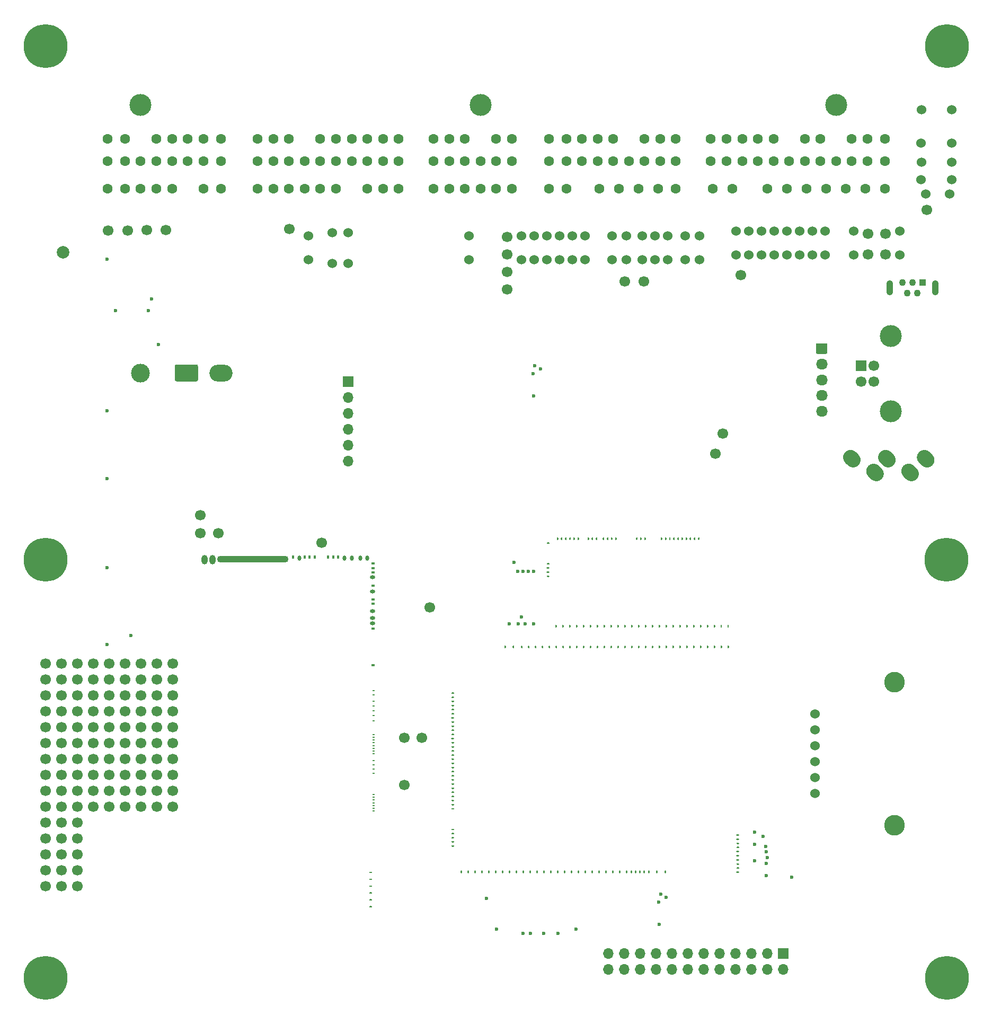
<source format=gbs>
G04 #@! TF.GenerationSoftware,KiCad,Pcbnew,(6.0.1)*
G04 #@! TF.CreationDate,2022-03-05T15:20:44+02:00*
G04 #@! TF.ProjectId,hellen72_NB2,68656c6c-656e-4373-925f-4e42322e6b69,b*
G04 #@! TF.SameCoordinates,PX141ef50PYa2cc1bc*
G04 #@! TF.FileFunction,Soldermask,Bot*
G04 #@! TF.FilePolarity,Negative*
%FSLAX46Y46*%
G04 Gerber Fmt 4.6, Leading zero omitted, Abs format (unit mm)*
G04 Created by KiCad (PCBNEW (6.0.1)) date 2022-03-05 15:20:44*
%MOMM*%
%LPD*%
G01*
G04 APERTURE LIST*
%ADD10C,0.599999*%
%ADD11C,1.524000*%
%ADD12C,1.700000*%
%ADD13R,1.700000X1.700000*%
%ADD14O,1.700000X1.700000*%
%ADD15O,1.000001X1.500000*%
%ADD16O,11.400000X1.100000*%
%ADD17O,0.399999X0.599999*%
%ADD18O,0.599999X0.800001*%
%ADD19O,0.599999X0.399999*%
%ADD20O,0.800001X0.599999*%
%ADD21O,0.399999X0.200000*%
%ADD22C,3.500000*%
%ADD23C,1.600000*%
%ADD24R,1.100000X1.100000*%
%ADD25C,1.100000*%
%ADD26O,1.100000X2.400000*%
%ADD27C,3.302000*%
%ADD28C,3.000000*%
%ADD29O,3.700000X2.700000*%
%ADD30C,7.000000*%
%ADD31C,0.600000*%
%ADD32O,1.850000X1.700000*%
%ADD33C,2.000000*%
G04 APERTURE END LIST*
D10*
G04 #@! TO.C,M4*
X75468535Y17795040D03*
X77043549Y12890031D03*
X89747567Y12899094D03*
X81268539Y12220030D03*
X82443543Y12220030D03*
X84618537Y12220030D03*
X86843539Y12220030D03*
G04 #@! TD*
D11*
G04 #@! TO.C,F6*
X149753680Y132605340D03*
X144853680Y132605340D03*
G04 #@! TD*
G04 #@! TO.C,R8*
X117331680Y120540340D03*
X117331680Y124350340D03*
G04 #@! TD*
G04 #@! TO.C,R32*
X141461680Y120540340D03*
X141461680Y124350340D03*
G04 #@! TD*
D12*
G04 #@! TO.C,P5*
X62302380Y35910220D03*
G04 #@! TD*
G04 #@! TO.C,P6*
X62302380Y43412400D03*
G04 #@! TD*
D13*
G04 #@! TO.C,J27*
X53323680Y100347340D03*
D14*
X53323680Y97807340D03*
X53323680Y95267340D03*
X53323680Y92727340D03*
X53323680Y90187340D03*
X53323680Y87647340D03*
G04 #@! TD*
D12*
G04 #@! TO.C,P19*
X43925680Y124731340D03*
G04 #@! TD*
G04 #@! TO.C,G4*
X20210000Y45097322D03*
X20210000Y47637322D03*
X20210000Y50177322D03*
X20210000Y52717322D03*
X20210000Y55257322D03*
X22750000Y45097322D03*
X22750000Y47637322D03*
X22750000Y50177322D03*
X22750000Y52717322D03*
X22750000Y55257322D03*
X25290000Y45097322D03*
X25290000Y47637322D03*
X25290000Y50177322D03*
X25290000Y52717322D03*
X25290000Y55257322D03*
G04 #@! TD*
D11*
G04 #@! TO.C,R9*
X123427680Y120540340D03*
X123427680Y124350340D03*
G04 #@! TD*
D12*
G04 #@! TO.C,P10*
X78723680Y117873340D03*
G04 #@! TD*
G04 #@! TO.C,P12*
X29701680Y79005340D03*
G04 #@! TD*
G04 #@! TO.C,G12*
X12590000Y32397322D03*
X12590000Y34937322D03*
X12590000Y37477322D03*
X12590000Y40017322D03*
X12590000Y42557322D03*
X15130000Y32397322D03*
X15130000Y34937322D03*
X15130000Y37477322D03*
X15130000Y40017322D03*
X15130000Y42557322D03*
X17670000Y32397322D03*
X17670000Y34937322D03*
X17670000Y37477322D03*
X17670000Y40017322D03*
X17670000Y42557322D03*
G04 #@! TD*
D15*
G04 #@! TO.C,M5*
X30414997Y71843006D03*
X31670862Y71843006D03*
D16*
X38114997Y71968007D03*
D17*
X44564989Y72268006D03*
D18*
X45540001Y72168001D03*
D17*
X46409758Y72268006D03*
X47139995Y72268006D03*
X48034758Y72268006D03*
X50109758Y72268006D03*
X51009754Y72268006D03*
X51719996Y72268006D03*
D18*
X52739997Y72168006D03*
X53914996Y72168006D03*
X55264995Y72168006D03*
X56439994Y72168006D03*
D19*
X57339995Y71237767D03*
X57339995Y70543008D03*
X57339995Y69862768D03*
D20*
X57244997Y69043006D03*
D19*
X57339995Y67737769D03*
D20*
X57244997Y66768004D03*
D19*
X57339995Y65493006D03*
X57339995Y64843004D03*
D20*
X57244997Y63643004D03*
X57244997Y62568000D03*
X57244997Y61692998D03*
D19*
X57339995Y60868006D03*
X57339995Y55018005D03*
D21*
X57444996Y50963035D03*
X57444996Y50303033D03*
X57444996Y49243005D03*
X57444996Y48538920D03*
X57444996Y47738881D03*
X57444996Y46938842D03*
X57444996Y46143006D03*
X57444996Y43948004D03*
X57444996Y43508005D03*
X57444996Y43068006D03*
X57444996Y42628004D03*
X57444996Y42188005D03*
X57444996Y41748006D03*
X57444996Y41308004D03*
X57444996Y40868005D03*
X57444996Y39743034D03*
X57444996Y39083036D03*
X57444996Y38423034D03*
X57444996Y37763036D03*
X57444996Y34358006D03*
X57444996Y33918007D03*
X57444996Y33478005D03*
X57444996Y33038006D03*
X57444996Y32598007D03*
X57444996Y32158005D03*
X57444996Y31718006D03*
G04 #@! TD*
D11*
G04 #@! TO.C,R48*
X89137680Y119778340D03*
X89137680Y123588340D03*
G04 #@! TD*
D12*
G04 #@! TO.C,P15*
X78723680Y115079340D03*
G04 #@! TD*
D22*
G04 #@! TO.C,P2*
X131301680Y144555340D03*
X74501680Y144555340D03*
X20201680Y144555340D03*
D23*
X14901680Y139105340D03*
X17701680Y139105340D03*
X22701680Y139105340D03*
X25201680Y139105340D03*
X27701680Y139105340D03*
X30201680Y139105340D03*
X33001680Y139105340D03*
X38901680Y139105340D03*
X41401680Y139105340D03*
X43901680Y139105340D03*
X48901680Y139105340D03*
X51401680Y139105340D03*
X53901680Y139105340D03*
X56401680Y139105340D03*
X58901680Y139105340D03*
X61401680Y139105340D03*
X67001680Y139105340D03*
X69501680Y139105340D03*
X72001680Y139105340D03*
X77001680Y139105340D03*
X79501680Y139105340D03*
X85401680Y139105340D03*
X88201680Y139105340D03*
X90701680Y139105340D03*
X93201680Y139105340D03*
X95701680Y139105340D03*
X100701680Y139105340D03*
X103201680Y139105340D03*
X105701680Y139105340D03*
X111301680Y139105340D03*
X113801680Y139105340D03*
X116301680Y139105340D03*
X118801680Y139105340D03*
X121301680Y139105340D03*
X126301680Y139105340D03*
X128801680Y139105340D03*
X133801680Y139105340D03*
X136301680Y139105340D03*
X139101680Y139105340D03*
X14901680Y135505340D03*
X17701680Y135505340D03*
X20201680Y135505340D03*
X22701680Y135505340D03*
X25201680Y135505340D03*
X27701680Y135505340D03*
X30201680Y135505340D03*
X33001680Y135505340D03*
X38901680Y135505340D03*
X41401680Y135505340D03*
X43901680Y135505340D03*
X46401680Y135505340D03*
X48901680Y135505340D03*
X51401680Y135505340D03*
X53901680Y135505340D03*
X56401680Y135505340D03*
X58901680Y135505340D03*
X61401680Y135505340D03*
X67001680Y135505340D03*
X69501680Y135505340D03*
X72001680Y135505340D03*
X74501680Y135505340D03*
X77001680Y135505340D03*
X79501680Y135505340D03*
X85401680Y135505340D03*
X88201680Y135505340D03*
X90701680Y135505340D03*
X93201680Y135505340D03*
X95701680Y135505340D03*
X98201680Y135505340D03*
X100701680Y135505340D03*
X103201680Y135505340D03*
X105701680Y135505340D03*
X111301680Y135505340D03*
X113801680Y135505340D03*
X116301680Y135505340D03*
X118801680Y135505340D03*
X121301680Y135505340D03*
X123801680Y135505340D03*
X126301680Y135505340D03*
X128801680Y135505340D03*
X131301680Y135505340D03*
X133801680Y135505340D03*
X136301680Y135505340D03*
X139101680Y135505340D03*
X14901680Y131105340D03*
X17701680Y131105340D03*
X20201680Y131105340D03*
X22701680Y131105340D03*
X25201680Y131105340D03*
X30201680Y131105340D03*
X33001680Y131105340D03*
X38901680Y131105340D03*
X41401680Y131105340D03*
X43901680Y131105340D03*
X46401680Y131105340D03*
X48901680Y131105340D03*
X51401680Y131105340D03*
X56401680Y131105340D03*
X58901680Y131105340D03*
X61401680Y131105340D03*
X67001680Y131105340D03*
X69501680Y131105340D03*
X72001680Y131105340D03*
X74501680Y131105340D03*
X77001680Y131105340D03*
X79501680Y131105340D03*
X85401680Y131105340D03*
X88201680Y131105340D03*
X93511680Y131105340D03*
X96641680Y131105340D03*
X99771680Y131105340D03*
X102901680Y131105340D03*
X105701680Y131105340D03*
X111601680Y131105340D03*
X114731680Y131105340D03*
X120321680Y131105340D03*
X123451680Y131105340D03*
X126581680Y131105340D03*
X129711680Y131105340D03*
X132841680Y131105340D03*
X135971680Y131105340D03*
X139101680Y131105340D03*
G04 #@! TD*
D12*
G04 #@! TO.C,P56*
X139175680Y123969340D03*
G04 #@! TD*
G04 #@! TO.C,P52*
X100567680Y116349340D03*
G04 #@! TD*
G04 #@! TO.C,P13*
X32601680Y76105340D03*
G04 #@! TD*
D11*
G04 #@! TO.C,R11*
X134095680Y120540340D03*
X134095680Y124350340D03*
G04 #@! TD*
G04 #@! TO.C,R43*
X46973680Y119778340D03*
X46973680Y123588340D03*
G04 #@! TD*
D24*
G04 #@! TO.C,J1*
X145101680Y116180340D03*
D25*
X144301680Y114430340D03*
X143501680Y116180340D03*
X142701680Y114430340D03*
X141901680Y116180340D03*
D26*
X147151680Y115305340D03*
X139851680Y115305340D03*
G04 #@! TD*
D11*
G04 #@! TO.C,R30*
X125459680Y120540340D03*
X125459680Y124350340D03*
G04 #@! TD*
G04 #@! TO.C,F5*
X50783680Y124133340D03*
X50783680Y119233340D03*
G04 #@! TD*
G04 #@! TO.C,R34*
X129523680Y120540340D03*
X129523680Y124350340D03*
G04 #@! TD*
D13*
G04 #@! TO.C,J5*
X135316680Y102855340D03*
D12*
X135316680Y100355340D03*
X137316680Y100355340D03*
X137316680Y102855340D03*
D22*
X140026680Y95585340D03*
X140026680Y107625340D03*
G04 #@! TD*
D12*
G04 #@! TO.C,P4*
X65112640Y43410220D03*
G04 #@! TD*
D10*
G04 #@! TO.C,M8*
X83190182Y102898678D03*
X84065184Y102373678D03*
X82890180Y101623680D03*
X82965183Y98073679D03*
G04 #@! TD*
D27*
G04 #@! TO.C,U2*
X140601680Y52290340D03*
X140601680Y29430340D03*
D11*
X127901680Y47210340D03*
X127901680Y44670340D03*
X127901680Y42130340D03*
X127901680Y39590340D03*
X127901680Y37050340D03*
X127901680Y34510340D03*
G04 #@! TD*
G04 #@! TO.C,R17*
X102345680Y123588340D03*
X102345680Y119778340D03*
G04 #@! TD*
D12*
G04 #@! TO.C,G6*
X4970000Y45097322D03*
X4970000Y47637322D03*
X4970000Y50177322D03*
X4970000Y52717322D03*
X4970000Y55257322D03*
X7510000Y45097322D03*
X7510000Y47637322D03*
X7510000Y50177322D03*
X7510000Y52717322D03*
X7510000Y55257322D03*
X10050000Y45097322D03*
X10050000Y47637322D03*
X10050000Y50177322D03*
X10050000Y52717322D03*
X10050000Y55257322D03*
G04 #@! TD*
G04 #@! TO.C,P21*
X14999680Y124477340D03*
G04 #@! TD*
D10*
G04 #@! TO.C,M13*
X103293541Y18453558D03*
X104168543Y17928558D03*
X102993539Y17178560D03*
X103068542Y13628559D03*
G04 #@! TD*
D12*
G04 #@! TO.C,P11*
X29701680Y76105340D03*
G04 #@! TD*
D28*
G04 #@! TO.C,J3*
X20201680Y101705340D03*
G36*
G01*
X29101679Y100355340D02*
X25901681Y100355340D01*
G75*
G02*
X25651680Y100605341I0J250001D01*
G01*
X25651680Y102805339D01*
G75*
G02*
X25901681Y103055340I250001J0D01*
G01*
X29101679Y103055340D01*
G75*
G02*
X29351680Y102805339I0J-250001D01*
G01*
X29351680Y100605341D01*
G75*
G02*
X29101679Y100355340I-250001J0D01*
G01*
G37*
D29*
X33001680Y101705340D03*
G04 #@! TD*
D12*
G04 #@! TO.C,P50*
X145779680Y127779340D03*
G04 #@! TD*
D11*
G04 #@! TO.C,R40*
X119363680Y120540340D03*
X119363680Y124350340D03*
G04 #@! TD*
G04 #@! TO.C,F4*
X53323680Y124133340D03*
X53323680Y119233340D03*
G04 #@! TD*
D30*
G04 #@! TO.C,J13*
X5000000Y5100000D03*
G04 #@! TD*
G04 #@! TO.C,M7*
G36*
G01*
X56804044Y22044216D02*
X57054042Y22044216D01*
G75*
G02*
X57179042Y21919216I0J-125000D01*
G01*
X57179042Y21919216D01*
G75*
G02*
X57054042Y21794216I-125000J0D01*
G01*
X56804044Y21794216D01*
G75*
G02*
X56679044Y21919216I0J125000D01*
G01*
X56679044Y21919216D01*
G75*
G02*
X56804044Y22044216I125000J0D01*
G01*
G37*
G36*
G01*
X56804044Y20944218D02*
X57054042Y20944218D01*
G75*
G02*
X57179042Y20819218I0J-125000D01*
G01*
X57179042Y20819218D01*
G75*
G02*
X57054042Y20694218I-125000J0D01*
G01*
X56804044Y20694218D01*
G75*
G02*
X56679044Y20819218I0J125000D01*
G01*
X56679044Y20819218D01*
G75*
G02*
X56804044Y20944218I125000J0D01*
G01*
G37*
G36*
G01*
X56804044Y19844220D02*
X57054042Y19844220D01*
G75*
G02*
X57179042Y19719220I0J-125000D01*
G01*
X57179042Y19719220D01*
G75*
G02*
X57054042Y19594220I-125000J0D01*
G01*
X56804044Y19594220D01*
G75*
G02*
X56679044Y19719220I0J125000D01*
G01*
X56679044Y19719220D01*
G75*
G02*
X56804044Y19844220I125000J0D01*
G01*
G37*
G36*
G01*
X56804044Y18744222D02*
X57054042Y18744222D01*
G75*
G02*
X57179042Y18619222I0J-125000D01*
G01*
X57179042Y18619222D01*
G75*
G02*
X57054042Y18494222I-125000J0D01*
G01*
X56804044Y18494222D01*
G75*
G02*
X56679044Y18619222I0J125000D01*
G01*
X56679044Y18619222D01*
G75*
G02*
X56804044Y18744222I125000J0D01*
G01*
G37*
G36*
G01*
X56804044Y17644224D02*
X57054042Y17644224D01*
G75*
G02*
X57179042Y17519224I0J-125000D01*
G01*
X57179042Y17519224D01*
G75*
G02*
X57054042Y17394224I-125000J0D01*
G01*
X56804044Y17394224D01*
G75*
G02*
X56679044Y17519224I0J125000D01*
G01*
X56679044Y17519224D01*
G75*
G02*
X56804044Y17644224I125000J0D01*
G01*
G37*
G36*
G01*
X56804044Y16544227D02*
X57054042Y16544227D01*
G75*
G02*
X57179042Y16419227I0J-125000D01*
G01*
X57179042Y16419227D01*
G75*
G02*
X57054042Y16294227I-125000J0D01*
G01*
X56804044Y16294227D01*
G75*
G02*
X56679044Y16419227I0J125000D01*
G01*
X56679044Y16419227D01*
G75*
G02*
X56804044Y16544227I125000J0D01*
G01*
G37*
G04 #@! TD*
D12*
G04 #@! TO.C,P8*
X78723680Y123461340D03*
G04 #@! TD*
G04 #@! TO.C,G9*
X4970000Y19697322D03*
X4970000Y22237322D03*
X4970000Y24777322D03*
X4970000Y27317322D03*
X4970000Y29857322D03*
X7510000Y19697322D03*
X7510000Y22237322D03*
X7510000Y24777322D03*
X7510000Y27317322D03*
X7510000Y29857322D03*
X10050000Y19697322D03*
X10050000Y22237322D03*
X10050000Y24777322D03*
X10050000Y27317322D03*
X10050000Y29857322D03*
G04 #@! TD*
G04 #@! TO.C,M1*
G36*
G01*
X85162638Y69351817D02*
X85412638Y69351817D01*
G75*
G02*
X85537638Y69226817I0J-125000D01*
G01*
X85537638Y69226817D01*
G75*
G02*
X85412638Y69101817I-125000J0D01*
G01*
X85162638Y69101817D01*
G75*
G02*
X85037638Y69226817I0J125000D01*
G01*
X85037638Y69226817D01*
G75*
G02*
X85162638Y69351817I125000J0D01*
G01*
G37*
G36*
G01*
X85162638Y70011818D02*
X85412638Y70011818D01*
G75*
G02*
X85537638Y69886818I0J-125000D01*
G01*
X85537638Y69886818D01*
G75*
G02*
X85412638Y69761818I-125000J0D01*
G01*
X85162638Y69761818D01*
G75*
G02*
X85037638Y69886818I0J125000D01*
G01*
X85037638Y69886818D01*
G75*
G02*
X85162638Y70011818I125000J0D01*
G01*
G37*
G36*
G01*
X85162638Y70671819D02*
X85412638Y70671819D01*
G75*
G02*
X85537638Y70546819I0J-125000D01*
G01*
X85537638Y70546819D01*
G75*
G02*
X85412638Y70421819I-125000J0D01*
G01*
X85162638Y70421819D01*
G75*
G02*
X85037638Y70546819I0J125000D01*
G01*
X85037638Y70546819D01*
G75*
G02*
X85162638Y70671819I125000J0D01*
G01*
G37*
G36*
G01*
X85162638Y71331820D02*
X85412638Y71331820D01*
G75*
G02*
X85537638Y71206820I0J-125000D01*
G01*
X85537638Y71206820D01*
G75*
G02*
X85412638Y71081820I-125000J0D01*
G01*
X85162638Y71081820D01*
G75*
G02*
X85037638Y71206820I0J125000D01*
G01*
X85037638Y71206820D01*
G75*
G02*
X85162638Y71331820I125000J0D01*
G01*
G37*
G36*
G01*
X85162638Y74631827D02*
X85412638Y74631827D01*
G75*
G02*
X85537638Y74506827I0J-125000D01*
G01*
X85537638Y74506827D01*
G75*
G02*
X85412638Y74381827I-125000J0D01*
G01*
X85162638Y74381827D01*
G75*
G02*
X85037638Y74506827I0J125000D01*
G01*
X85037638Y74506827D01*
G75*
G02*
X85162638Y74631827I125000J0D01*
G01*
G37*
G36*
G01*
X113932640Y61133024D02*
X113932640Y61383024D01*
G75*
G02*
X114057640Y61508024I125000J0D01*
G01*
X114057640Y61508024D01*
G75*
G02*
X114182640Y61383024I0J-125000D01*
G01*
X114182640Y61133024D01*
G75*
G02*
X114057640Y61008024I-125000J0D01*
G01*
X114057640Y61008024D01*
G75*
G02*
X113932640Y61133024I0J125000D01*
G01*
G37*
G36*
G01*
X113082636Y61383024D02*
X113082636Y61133024D01*
G75*
G02*
X112957636Y61008024I-125000J0D01*
G01*
X112957636Y61008024D01*
G75*
G02*
X112832636Y61133024I0J125000D01*
G01*
X112832636Y61383024D01*
G75*
G02*
X112957636Y61508024I125000J0D01*
G01*
X112957636Y61508024D01*
G75*
G02*
X113082636Y61383024I0J-125000D01*
G01*
G37*
G36*
G01*
X111982635Y61383024D02*
X111982635Y61133024D01*
G75*
G02*
X111857635Y61008024I-125000J0D01*
G01*
X111857635Y61008024D01*
G75*
G02*
X111732635Y61133024I0J125000D01*
G01*
X111732635Y61383024D01*
G75*
G02*
X111857635Y61508024I125000J0D01*
G01*
X111857635Y61508024D01*
G75*
G02*
X111982635Y61383024I0J-125000D01*
G01*
G37*
G36*
G01*
X110882638Y61383024D02*
X110882638Y61133024D01*
G75*
G02*
X110757638Y61008024I-125000J0D01*
G01*
X110757638Y61008024D01*
G75*
G02*
X110632638Y61133024I0J125000D01*
G01*
X110632638Y61383024D01*
G75*
G02*
X110757638Y61508024I125000J0D01*
G01*
X110757638Y61508024D01*
G75*
G02*
X110882638Y61383024I0J-125000D01*
G01*
G37*
G36*
G01*
X109782640Y61383024D02*
X109782640Y61133024D01*
G75*
G02*
X109657640Y61008024I-125000J0D01*
G01*
X109657640Y61008024D01*
G75*
G02*
X109532640Y61133024I0J125000D01*
G01*
X109532640Y61383024D01*
G75*
G02*
X109657640Y61508024I125000J0D01*
G01*
X109657640Y61508024D01*
G75*
G02*
X109782640Y61383024I0J-125000D01*
G01*
G37*
G36*
G01*
X108682642Y61383024D02*
X108682642Y61133024D01*
G75*
G02*
X108557642Y61008024I-125000J0D01*
G01*
X108557642Y61008024D01*
G75*
G02*
X108432642Y61133024I0J125000D01*
G01*
X108432642Y61383024D01*
G75*
G02*
X108557642Y61508024I125000J0D01*
G01*
X108557642Y61508024D01*
G75*
G02*
X108682642Y61383024I0J-125000D01*
G01*
G37*
G36*
G01*
X107582644Y61383024D02*
X107582644Y61133024D01*
G75*
G02*
X107457644Y61008024I-125000J0D01*
G01*
X107457644Y61008024D01*
G75*
G02*
X107332644Y61133024I0J125000D01*
G01*
X107332644Y61383024D01*
G75*
G02*
X107457644Y61508024I125000J0D01*
G01*
X107457644Y61508024D01*
G75*
G02*
X107582644Y61383024I0J-125000D01*
G01*
G37*
G36*
G01*
X106482646Y61383024D02*
X106482646Y61133024D01*
G75*
G02*
X106357646Y61008024I-125000J0D01*
G01*
X106357646Y61008024D01*
G75*
G02*
X106232646Y61133024I0J125000D01*
G01*
X106232646Y61383024D01*
G75*
G02*
X106357646Y61508024I125000J0D01*
G01*
X106357646Y61508024D01*
G75*
G02*
X106482646Y61383024I0J-125000D01*
G01*
G37*
G36*
G01*
X105382649Y61383024D02*
X105382649Y61133024D01*
G75*
G02*
X105257649Y61008024I-125000J0D01*
G01*
X105257649Y61008024D01*
G75*
G02*
X105132649Y61133024I0J125000D01*
G01*
X105132649Y61383024D01*
G75*
G02*
X105257649Y61508024I125000J0D01*
G01*
X105257649Y61508024D01*
G75*
G02*
X105382649Y61383024I0J-125000D01*
G01*
G37*
G36*
G01*
X104282651Y61383024D02*
X104282651Y61133024D01*
G75*
G02*
X104157651Y61008024I-125000J0D01*
G01*
X104157651Y61008024D01*
G75*
G02*
X104032651Y61133024I0J125000D01*
G01*
X104032651Y61383024D01*
G75*
G02*
X104157651Y61508024I125000J0D01*
G01*
X104157651Y61508024D01*
G75*
G02*
X104282651Y61383024I0J-125000D01*
G01*
G37*
G36*
G01*
X103182653Y61383024D02*
X103182653Y61133024D01*
G75*
G02*
X103057653Y61008024I-125000J0D01*
G01*
X103057653Y61008024D01*
G75*
G02*
X102932653Y61133024I0J125000D01*
G01*
X102932653Y61383024D01*
G75*
G02*
X103057653Y61508024I125000J0D01*
G01*
X103057653Y61508024D01*
G75*
G02*
X103182653Y61383024I0J-125000D01*
G01*
G37*
G36*
G01*
X102082655Y61383024D02*
X102082655Y61133024D01*
G75*
G02*
X101957655Y61008024I-125000J0D01*
G01*
X101957655Y61008024D01*
G75*
G02*
X101832655Y61133024I0J125000D01*
G01*
X101832655Y61383024D01*
G75*
G02*
X101957655Y61508024I125000J0D01*
G01*
X101957655Y61508024D01*
G75*
G02*
X102082655Y61383024I0J-125000D01*
G01*
G37*
G36*
G01*
X100982657Y61383024D02*
X100982657Y61133024D01*
G75*
G02*
X100857657Y61008024I-125000J0D01*
G01*
X100857657Y61008024D01*
G75*
G02*
X100732657Y61133024I0J125000D01*
G01*
X100732657Y61383024D01*
G75*
G02*
X100857657Y61508024I125000J0D01*
G01*
X100857657Y61508024D01*
G75*
G02*
X100982657Y61383024I0J-125000D01*
G01*
G37*
G36*
G01*
X99882660Y61383024D02*
X99882660Y61133024D01*
G75*
G02*
X99757660Y61008024I-125000J0D01*
G01*
X99757660Y61008024D01*
G75*
G02*
X99632660Y61133024I0J125000D01*
G01*
X99632660Y61383024D01*
G75*
G02*
X99757660Y61508024I125000J0D01*
G01*
X99757660Y61508024D01*
G75*
G02*
X99882660Y61383024I0J-125000D01*
G01*
G37*
G36*
G01*
X98782662Y61383024D02*
X98782662Y61133024D01*
G75*
G02*
X98657662Y61008024I-125000J0D01*
G01*
X98657662Y61008024D01*
G75*
G02*
X98532662Y61133024I0J125000D01*
G01*
X98532662Y61383024D01*
G75*
G02*
X98657662Y61508024I125000J0D01*
G01*
X98657662Y61508024D01*
G75*
G02*
X98782662Y61383024I0J-125000D01*
G01*
G37*
G36*
G01*
X97682664Y61383024D02*
X97682664Y61133024D01*
G75*
G02*
X97557664Y61008024I-125000J0D01*
G01*
X97557664Y61008024D01*
G75*
G02*
X97432664Y61133024I0J125000D01*
G01*
X97432664Y61383024D01*
G75*
G02*
X97557664Y61508024I125000J0D01*
G01*
X97557664Y61508024D01*
G75*
G02*
X97682664Y61383024I0J-125000D01*
G01*
G37*
G36*
G01*
X96582666Y61383024D02*
X96582666Y61133024D01*
G75*
G02*
X96457666Y61008024I-125000J0D01*
G01*
X96457666Y61008024D01*
G75*
G02*
X96332666Y61133024I0J125000D01*
G01*
X96332666Y61383024D01*
G75*
G02*
X96457666Y61508024I125000J0D01*
G01*
X96457666Y61508024D01*
G75*
G02*
X96582666Y61383024I0J-125000D01*
G01*
G37*
G36*
G01*
X95482668Y61383024D02*
X95482668Y61133024D01*
G75*
G02*
X95357668Y61008024I-125000J0D01*
G01*
X95357668Y61008024D01*
G75*
G02*
X95232668Y61133024I0J125000D01*
G01*
X95232668Y61383024D01*
G75*
G02*
X95357668Y61508024I125000J0D01*
G01*
X95357668Y61508024D01*
G75*
G02*
X95482668Y61383024I0J-125000D01*
G01*
G37*
G36*
G01*
X94382671Y61383024D02*
X94382671Y61133024D01*
G75*
G02*
X94257671Y61008024I-125000J0D01*
G01*
X94257671Y61008024D01*
G75*
G02*
X94132671Y61133024I0J125000D01*
G01*
X94132671Y61383024D01*
G75*
G02*
X94257671Y61508024I125000J0D01*
G01*
X94257671Y61508024D01*
G75*
G02*
X94382671Y61383024I0J-125000D01*
G01*
G37*
G36*
G01*
X93282673Y61383024D02*
X93282673Y61133024D01*
G75*
G02*
X93157673Y61008024I-125000J0D01*
G01*
X93157673Y61008024D01*
G75*
G02*
X93032673Y61133024I0J125000D01*
G01*
X93032673Y61383024D01*
G75*
G02*
X93157673Y61508024I125000J0D01*
G01*
X93157673Y61508024D01*
G75*
G02*
X93282673Y61383024I0J-125000D01*
G01*
G37*
G36*
G01*
X92182675Y61383024D02*
X92182675Y61133024D01*
G75*
G02*
X92057675Y61008024I-125000J0D01*
G01*
X92057675Y61008024D01*
G75*
G02*
X91932675Y61133024I0J125000D01*
G01*
X91932675Y61383024D01*
G75*
G02*
X92057675Y61508024I125000J0D01*
G01*
X92057675Y61508024D01*
G75*
G02*
X92182675Y61383024I0J-125000D01*
G01*
G37*
G36*
G01*
X91082677Y61383024D02*
X91082677Y61133024D01*
G75*
G02*
X90957677Y61008024I-125000J0D01*
G01*
X90957677Y61008024D01*
G75*
G02*
X90832677Y61133024I0J125000D01*
G01*
X90832677Y61383024D01*
G75*
G02*
X90957677Y61508024I125000J0D01*
G01*
X90957677Y61508024D01*
G75*
G02*
X91082677Y61383024I0J-125000D01*
G01*
G37*
G36*
G01*
X89982679Y61383024D02*
X89982679Y61133024D01*
G75*
G02*
X89857679Y61008024I-125000J0D01*
G01*
X89857679Y61008024D01*
G75*
G02*
X89732679Y61133024I0J125000D01*
G01*
X89732679Y61383024D01*
G75*
G02*
X89857679Y61508024I125000J0D01*
G01*
X89857679Y61508024D01*
G75*
G02*
X89982679Y61383024I0J-125000D01*
G01*
G37*
G36*
G01*
X88882682Y61383024D02*
X88882682Y61133024D01*
G75*
G02*
X88757682Y61008024I-125000J0D01*
G01*
X88757682Y61008024D01*
G75*
G02*
X88632682Y61133024I0J125000D01*
G01*
X88632682Y61383024D01*
G75*
G02*
X88757682Y61508024I125000J0D01*
G01*
X88757682Y61508024D01*
G75*
G02*
X88882682Y61383024I0J-125000D01*
G01*
G37*
G36*
G01*
X87782684Y61383024D02*
X87782684Y61133024D01*
G75*
G02*
X87657684Y61008024I-125000J0D01*
G01*
X87657684Y61008024D01*
G75*
G02*
X87532684Y61133024I0J125000D01*
G01*
X87532684Y61383024D01*
G75*
G02*
X87657684Y61508024I125000J0D01*
G01*
X87657684Y61508024D01*
G75*
G02*
X87782684Y61383024I0J-125000D01*
G01*
G37*
G36*
G01*
X86682686Y61383024D02*
X86682686Y61133024D01*
G75*
G02*
X86557686Y61008024I-125000J0D01*
G01*
X86557686Y61008024D01*
G75*
G02*
X86432686Y61133024I0J125000D01*
G01*
X86432686Y61383024D01*
G75*
G02*
X86557686Y61508024I125000J0D01*
G01*
X86557686Y61508024D01*
G75*
G02*
X86682686Y61383024I0J-125000D01*
G01*
G37*
G36*
G01*
X86933630Y75345023D02*
X86933630Y75095023D01*
G75*
G02*
X86808630Y74970023I-125000J0D01*
G01*
X86808630Y74970023D01*
G75*
G02*
X86683630Y75095023I0J125000D01*
G01*
X86683630Y75345023D01*
G75*
G02*
X86808630Y75470023I125000J0D01*
G01*
X86808630Y75470023D01*
G75*
G02*
X86933630Y75345023I0J-125000D01*
G01*
G37*
G36*
G01*
X87593632Y75345023D02*
X87593632Y75095023D01*
G75*
G02*
X87468632Y74970023I-125000J0D01*
G01*
X87468632Y74970023D01*
G75*
G02*
X87343632Y75095023I0J125000D01*
G01*
X87343632Y75345023D01*
G75*
G02*
X87468632Y75470023I125000J0D01*
G01*
X87468632Y75470023D01*
G75*
G02*
X87593632Y75345023I0J-125000D01*
G01*
G37*
G36*
G01*
X88253633Y75345023D02*
X88253633Y75095023D01*
G75*
G02*
X88128633Y74970023I-125000J0D01*
G01*
X88128633Y74970023D01*
G75*
G02*
X88003633Y75095023I0J125000D01*
G01*
X88003633Y75345023D01*
G75*
G02*
X88128633Y75470023I125000J0D01*
G01*
X88128633Y75470023D01*
G75*
G02*
X88253633Y75345023I0J-125000D01*
G01*
G37*
G36*
G01*
X88913634Y75345023D02*
X88913634Y75095023D01*
G75*
G02*
X88788634Y74970023I-125000J0D01*
G01*
X88788634Y74970023D01*
G75*
G02*
X88663634Y75095023I0J125000D01*
G01*
X88663634Y75345023D01*
G75*
G02*
X88788634Y75470023I125000J0D01*
G01*
X88788634Y75470023D01*
G75*
G02*
X88913634Y75345023I0J-125000D01*
G01*
G37*
G36*
G01*
X89573635Y75345023D02*
X89573635Y75095023D01*
G75*
G02*
X89448635Y74970023I-125000J0D01*
G01*
X89448635Y74970023D01*
G75*
G02*
X89323635Y75095023I0J125000D01*
G01*
X89323635Y75345023D01*
G75*
G02*
X89448635Y75470023I125000J0D01*
G01*
X89448635Y75470023D01*
G75*
G02*
X89573635Y75345023I0J-125000D01*
G01*
G37*
G36*
G01*
X90233637Y75345023D02*
X90233637Y75095023D01*
G75*
G02*
X90108637Y74970023I-125000J0D01*
G01*
X90108637Y74970023D01*
G75*
G02*
X89983637Y75095023I0J125000D01*
G01*
X89983637Y75345023D01*
G75*
G02*
X90108637Y75470023I125000J0D01*
G01*
X90108637Y75470023D01*
G75*
G02*
X90233637Y75345023I0J-125000D01*
G01*
G37*
G36*
G01*
X91834634Y75345023D02*
X91834634Y75095023D01*
G75*
G02*
X91709634Y74970023I-125000J0D01*
G01*
X91709634Y74970023D01*
G75*
G02*
X91584634Y75095023I0J125000D01*
G01*
X91584634Y75345023D01*
G75*
G02*
X91709634Y75470023I125000J0D01*
G01*
X91709634Y75470023D01*
G75*
G02*
X91834634Y75345023I0J-125000D01*
G01*
G37*
G36*
G01*
X92494635Y75345023D02*
X92494635Y75095023D01*
G75*
G02*
X92369635Y74970023I-125000J0D01*
G01*
X92369635Y74970023D01*
G75*
G02*
X92244635Y75095023I0J125000D01*
G01*
X92244635Y75345023D01*
G75*
G02*
X92369635Y75470023I125000J0D01*
G01*
X92369635Y75470023D01*
G75*
G02*
X92494635Y75345023I0J-125000D01*
G01*
G37*
G36*
G01*
X93154637Y75345023D02*
X93154637Y75095023D01*
G75*
G02*
X93029637Y74970023I-125000J0D01*
G01*
X93029637Y74970023D01*
G75*
G02*
X92904637Y75095023I0J125000D01*
G01*
X92904637Y75345023D01*
G75*
G02*
X93029637Y75470023I125000J0D01*
G01*
X93029637Y75470023D01*
G75*
G02*
X93154637Y75345023I0J-125000D01*
G01*
G37*
G36*
G01*
X94275536Y75345023D02*
X94275536Y75095023D01*
G75*
G02*
X94150536Y74970023I-125000J0D01*
G01*
X94150536Y74970023D01*
G75*
G02*
X94025536Y75095023I0J125000D01*
G01*
X94025536Y75345023D01*
G75*
G02*
X94150536Y75470023I125000J0D01*
G01*
X94150536Y75470023D01*
G75*
G02*
X94275536Y75345023I0J-125000D01*
G01*
G37*
G36*
G01*
X94935537Y75345023D02*
X94935537Y75095023D01*
G75*
G02*
X94810537Y74970023I-125000J0D01*
G01*
X94810537Y74970023D01*
G75*
G02*
X94685537Y75095023I0J125000D01*
G01*
X94685537Y75345023D01*
G75*
G02*
X94810537Y75470023I125000J0D01*
G01*
X94810537Y75470023D01*
G75*
G02*
X94935537Y75345023I0J-125000D01*
G01*
G37*
G36*
G01*
X95595538Y75345023D02*
X95595538Y75095023D01*
G75*
G02*
X95470538Y74970023I-125000J0D01*
G01*
X95470538Y74970023D01*
G75*
G02*
X95345538Y75095023I0J125000D01*
G01*
X95345538Y75345023D01*
G75*
G02*
X95470538Y75470023I125000J0D01*
G01*
X95470538Y75470023D01*
G75*
G02*
X95595538Y75345023I0J-125000D01*
G01*
G37*
G36*
G01*
X96255540Y75345023D02*
X96255540Y75095023D01*
G75*
G02*
X96130540Y74970023I-125000J0D01*
G01*
X96130540Y74970023D01*
G75*
G02*
X96005540Y75095023I0J125000D01*
G01*
X96005540Y75345023D01*
G75*
G02*
X96130540Y75470023I125000J0D01*
G01*
X96130540Y75470023D01*
G75*
G02*
X96255540Y75345023I0J-125000D01*
G01*
G37*
G36*
G01*
X99581634Y75345023D02*
X99581634Y75095023D01*
G75*
G02*
X99456634Y74970023I-125000J0D01*
G01*
X99456634Y74970023D01*
G75*
G02*
X99331634Y75095023I0J125000D01*
G01*
X99331634Y75345023D01*
G75*
G02*
X99456634Y75470023I125000J0D01*
G01*
X99456634Y75470023D01*
G75*
G02*
X99581634Y75345023I0J-125000D01*
G01*
G37*
G36*
G01*
X100241635Y75345023D02*
X100241635Y75095023D01*
G75*
G02*
X100116635Y74970023I-125000J0D01*
G01*
X100116635Y74970023D01*
G75*
G02*
X99991635Y75095023I0J125000D01*
G01*
X99991635Y75345023D01*
G75*
G02*
X100116635Y75470023I125000J0D01*
G01*
X100116635Y75470023D01*
G75*
G02*
X100241635Y75345023I0J-125000D01*
G01*
G37*
G36*
G01*
X100901637Y75345023D02*
X100901637Y75095023D01*
G75*
G02*
X100776637Y74970023I-125000J0D01*
G01*
X100776637Y74970023D01*
G75*
G02*
X100651637Y75095023I0J125000D01*
G01*
X100651637Y75345023D01*
G75*
G02*
X100776637Y75470023I125000J0D01*
G01*
X100776637Y75470023D01*
G75*
G02*
X100901637Y75345023I0J-125000D01*
G01*
G37*
G36*
G01*
X103547628Y75345023D02*
X103547628Y75095023D01*
G75*
G02*
X103422628Y74970023I-125000J0D01*
G01*
X103422628Y74970023D01*
G75*
G02*
X103297628Y75095023I0J125000D01*
G01*
X103297628Y75345023D01*
G75*
G02*
X103422628Y75470023I125000J0D01*
G01*
X103422628Y75470023D01*
G75*
G02*
X103547628Y75345023I0J-125000D01*
G01*
G37*
G36*
G01*
X104207629Y75345023D02*
X104207629Y75095023D01*
G75*
G02*
X104082629Y74970023I-125000J0D01*
G01*
X104082629Y74970023D01*
G75*
G02*
X103957629Y75095023I0J125000D01*
G01*
X103957629Y75345023D01*
G75*
G02*
X104082629Y75470023I125000J0D01*
G01*
X104082629Y75470023D01*
G75*
G02*
X104207629Y75345023I0J-125000D01*
G01*
G37*
G36*
G01*
X104867631Y75345023D02*
X104867631Y75095023D01*
G75*
G02*
X104742631Y74970023I-125000J0D01*
G01*
X104742631Y74970023D01*
G75*
G02*
X104617631Y75095023I0J125000D01*
G01*
X104617631Y75345023D01*
G75*
G02*
X104742631Y75470023I125000J0D01*
G01*
X104742631Y75470023D01*
G75*
G02*
X104867631Y75345023I0J-125000D01*
G01*
G37*
G36*
G01*
X105527632Y75345023D02*
X105527632Y75095023D01*
G75*
G02*
X105402632Y74970023I-125000J0D01*
G01*
X105402632Y74970023D01*
G75*
G02*
X105277632Y75095023I0J125000D01*
G01*
X105277632Y75345023D01*
G75*
G02*
X105402632Y75470023I125000J0D01*
G01*
X105402632Y75470023D01*
G75*
G02*
X105527632Y75345023I0J-125000D01*
G01*
G37*
G36*
G01*
X106187633Y75345023D02*
X106187633Y75095023D01*
G75*
G02*
X106062633Y74970023I-125000J0D01*
G01*
X106062633Y74970023D01*
G75*
G02*
X105937633Y75095023I0J125000D01*
G01*
X105937633Y75345023D01*
G75*
G02*
X106062633Y75470023I125000J0D01*
G01*
X106062633Y75470023D01*
G75*
G02*
X106187633Y75345023I0J-125000D01*
G01*
G37*
G36*
G01*
X106847634Y75345023D02*
X106847634Y75095023D01*
G75*
G02*
X106722634Y74970023I-125000J0D01*
G01*
X106722634Y74970023D01*
G75*
G02*
X106597634Y75095023I0J125000D01*
G01*
X106597634Y75345023D01*
G75*
G02*
X106722634Y75470023I125000J0D01*
G01*
X106722634Y75470023D01*
G75*
G02*
X106847634Y75345023I0J-125000D01*
G01*
G37*
G36*
G01*
X107507636Y75345023D02*
X107507636Y75095023D01*
G75*
G02*
X107382636Y74970023I-125000J0D01*
G01*
X107382636Y74970023D01*
G75*
G02*
X107257636Y75095023I0J125000D01*
G01*
X107257636Y75345023D01*
G75*
G02*
X107382636Y75470023I125000J0D01*
G01*
X107382636Y75470023D01*
G75*
G02*
X107507636Y75345023I0J-125000D01*
G01*
G37*
G36*
G01*
X108167637Y75345023D02*
X108167637Y75095023D01*
G75*
G02*
X108042637Y74970023I-125000J0D01*
G01*
X108042637Y74970023D01*
G75*
G02*
X107917637Y75095023I0J125000D01*
G01*
X107917637Y75345023D01*
G75*
G02*
X108042637Y75470023I125000J0D01*
G01*
X108042637Y75470023D01*
G75*
G02*
X108167637Y75345023I0J-125000D01*
G01*
G37*
G36*
G01*
X108827638Y75345023D02*
X108827638Y75095023D01*
G75*
G02*
X108702638Y74970023I-125000J0D01*
G01*
X108702638Y74970023D01*
G75*
G02*
X108577638Y75095023I0J125000D01*
G01*
X108577638Y75345023D01*
G75*
G02*
X108702638Y75470023I125000J0D01*
G01*
X108702638Y75470023D01*
G75*
G02*
X108827638Y75345023I0J-125000D01*
G01*
G37*
G36*
G01*
X109487640Y75345023D02*
X109487640Y75095023D01*
G75*
G02*
X109362640Y74970023I-125000J0D01*
G01*
X109362640Y74970023D01*
G75*
G02*
X109237640Y75095023I0J125000D01*
G01*
X109237640Y75345023D01*
G75*
G02*
X109362640Y75470023I125000J0D01*
G01*
X109362640Y75470023D01*
G75*
G02*
X109487640Y75345023I0J-125000D01*
G01*
G37*
G04 #@! TD*
D11*
G04 #@! TO.C,R44*
X100313680Y119778340D03*
X100313680Y123588340D03*
G04 #@! TD*
G04 #@! TO.C,M3*
G36*
G01*
X69941543Y26263845D02*
X70191543Y26263845D01*
G75*
G02*
X70316543Y26138845I0J-125000D01*
G01*
X70316543Y26138845D01*
G75*
G02*
X70191543Y26013845I-125000J0D01*
G01*
X69941543Y26013845D01*
G75*
G02*
X69816543Y26138845I0J125000D01*
G01*
X69816543Y26138845D01*
G75*
G02*
X69941543Y26263845I125000J0D01*
G01*
G37*
G36*
G01*
X70191543Y26673843D02*
X69941543Y26673843D01*
G75*
G02*
X69816543Y26798843I0J125000D01*
G01*
X69816543Y26798843D01*
G75*
G02*
X69941543Y26923843I125000J0D01*
G01*
X70191543Y26923843D01*
G75*
G02*
X70316543Y26798843I0J-125000D01*
G01*
X70316543Y26798843D01*
G75*
G02*
X70191543Y26673843I-125000J0D01*
G01*
G37*
G36*
G01*
X70191543Y27333848D02*
X69941543Y27333848D01*
G75*
G02*
X69816543Y27458848I0J125000D01*
G01*
X69816543Y27458848D01*
G75*
G02*
X69941543Y27583848I125000J0D01*
G01*
X70191543Y27583848D01*
G75*
G02*
X70316543Y27458848I0J-125000D01*
G01*
X70316543Y27458848D01*
G75*
G02*
X70191543Y27333848I-125000J0D01*
G01*
G37*
G36*
G01*
X70191543Y27993843D02*
X69941543Y27993843D01*
G75*
G02*
X69816543Y28118843I0J125000D01*
G01*
X69816543Y28118843D01*
G75*
G02*
X69941543Y28243843I125000J0D01*
G01*
X70191543Y28243843D01*
G75*
G02*
X70316543Y28118843I0J-125000D01*
G01*
X70316543Y28118843D01*
G75*
G02*
X70191543Y27993843I-125000J0D01*
G01*
G37*
G36*
G01*
X70191543Y28653845D02*
X69941543Y28653845D01*
G75*
G02*
X69816543Y28778845I0J125000D01*
G01*
X69816543Y28778845D01*
G75*
G02*
X69941543Y28903845I125000J0D01*
G01*
X70191543Y28903845D01*
G75*
G02*
X70316543Y28778845I0J-125000D01*
G01*
X70316543Y28778845D01*
G75*
G02*
X70191543Y28653845I-125000J0D01*
G01*
G37*
G36*
G01*
X70191543Y31953846D02*
X69941543Y31953846D01*
G75*
G02*
X69816543Y32078846I0J125000D01*
G01*
X69816543Y32078846D01*
G75*
G02*
X69941543Y32203846I125000J0D01*
G01*
X70191543Y32203846D01*
G75*
G02*
X70316543Y32078846I0J-125000D01*
G01*
X70316543Y32078846D01*
G75*
G02*
X70191543Y31953846I-125000J0D01*
G01*
G37*
G36*
G01*
X70191543Y32613847D02*
X69941543Y32613847D01*
G75*
G02*
X69816543Y32738847I0J125000D01*
G01*
X69816543Y32738847D01*
G75*
G02*
X69941543Y32863847I125000J0D01*
G01*
X70191543Y32863847D01*
G75*
G02*
X70316543Y32738847I0J-125000D01*
G01*
X70316543Y32738847D01*
G75*
G02*
X70191543Y32613847I-125000J0D01*
G01*
G37*
G36*
G01*
X70191543Y33273849D02*
X69941543Y33273849D01*
G75*
G02*
X69816543Y33398849I0J125000D01*
G01*
X69816543Y33398849D01*
G75*
G02*
X69941543Y33523849I125000J0D01*
G01*
X70191543Y33523849D01*
G75*
G02*
X70316543Y33398849I0J-125000D01*
G01*
X70316543Y33398849D01*
G75*
G02*
X70191543Y33273849I-125000J0D01*
G01*
G37*
G36*
G01*
X70191543Y33933847D02*
X69941543Y33933847D01*
G75*
G02*
X69816543Y34058847I0J125000D01*
G01*
X69816543Y34058847D01*
G75*
G02*
X69941543Y34183847I125000J0D01*
G01*
X70191543Y34183847D01*
G75*
G02*
X70316543Y34058847I0J-125000D01*
G01*
X70316543Y34058847D01*
G75*
G02*
X70191543Y33933847I-125000J0D01*
G01*
G37*
G36*
G01*
X70191543Y34593849D02*
X69941543Y34593849D01*
G75*
G02*
X69816543Y34718849I0J125000D01*
G01*
X69816543Y34718849D01*
G75*
G02*
X69941543Y34843849I125000J0D01*
G01*
X70191543Y34843849D01*
G75*
G02*
X70316543Y34718849I0J-125000D01*
G01*
X70316543Y34718849D01*
G75*
G02*
X70191543Y34593849I-125000J0D01*
G01*
G37*
G36*
G01*
X70191543Y35253847D02*
X69941543Y35253847D01*
G75*
G02*
X69816543Y35378847I0J125000D01*
G01*
X69816543Y35378847D01*
G75*
G02*
X69941543Y35503847I125000J0D01*
G01*
X70191543Y35503847D01*
G75*
G02*
X70316543Y35378847I0J-125000D01*
G01*
X70316543Y35378847D01*
G75*
G02*
X70191543Y35253847I-125000J0D01*
G01*
G37*
G36*
G01*
X70191543Y35913848D02*
X69941543Y35913848D01*
G75*
G02*
X69816543Y36038848I0J125000D01*
G01*
X69816543Y36038848D01*
G75*
G02*
X69941543Y36163848I125000J0D01*
G01*
X70191543Y36163848D01*
G75*
G02*
X70316543Y36038848I0J-125000D01*
G01*
X70316543Y36038848D01*
G75*
G02*
X70191543Y35913848I-125000J0D01*
G01*
G37*
G36*
G01*
X70191543Y36573847D02*
X69941543Y36573847D01*
G75*
G02*
X69816543Y36698847I0J125000D01*
G01*
X69816543Y36698847D01*
G75*
G02*
X69941543Y36823847I125000J0D01*
G01*
X70191543Y36823847D01*
G75*
G02*
X70316543Y36698847I0J-125000D01*
G01*
X70316543Y36698847D01*
G75*
G02*
X70191543Y36573847I-125000J0D01*
G01*
G37*
G36*
G01*
X70191543Y37233848D02*
X69941543Y37233848D01*
G75*
G02*
X69816543Y37358848I0J125000D01*
G01*
X69816543Y37358848D01*
G75*
G02*
X69941543Y37483848I125000J0D01*
G01*
X70191543Y37483848D01*
G75*
G02*
X70316543Y37358848I0J-125000D01*
G01*
X70316543Y37358848D01*
G75*
G02*
X70191543Y37233848I-125000J0D01*
G01*
G37*
G36*
G01*
X70191543Y37893847D02*
X69941543Y37893847D01*
G75*
G02*
X69816543Y38018847I0J125000D01*
G01*
X69816543Y38018847D01*
G75*
G02*
X69941543Y38143847I125000J0D01*
G01*
X70191543Y38143847D01*
G75*
G02*
X70316543Y38018847I0J-125000D01*
G01*
X70316543Y38018847D01*
G75*
G02*
X70191543Y37893847I-125000J0D01*
G01*
G37*
G36*
G01*
X70191543Y38553848D02*
X69941543Y38553848D01*
G75*
G02*
X69816543Y38678848I0J125000D01*
G01*
X69816543Y38678848D01*
G75*
G02*
X69941543Y38803848I125000J0D01*
G01*
X70191543Y38803848D01*
G75*
G02*
X70316543Y38678848I0J-125000D01*
G01*
X70316543Y38678848D01*
G75*
G02*
X70191543Y38553848I-125000J0D01*
G01*
G37*
G36*
G01*
X70191543Y39213847D02*
X69941543Y39213847D01*
G75*
G02*
X69816543Y39338847I0J125000D01*
G01*
X69816543Y39338847D01*
G75*
G02*
X69941543Y39463847I125000J0D01*
G01*
X70191543Y39463847D01*
G75*
G02*
X70316543Y39338847I0J-125000D01*
G01*
X70316543Y39338847D01*
G75*
G02*
X70191543Y39213847I-125000J0D01*
G01*
G37*
G36*
G01*
X70191543Y39873848D02*
X69941543Y39873848D01*
G75*
G02*
X69816543Y39998848I0J125000D01*
G01*
X69816543Y39998848D01*
G75*
G02*
X69941543Y40123848I125000J0D01*
G01*
X70191543Y40123848D01*
G75*
G02*
X70316543Y39998848I0J-125000D01*
G01*
X70316543Y39998848D01*
G75*
G02*
X70191543Y39873848I-125000J0D01*
G01*
G37*
G36*
G01*
X70191543Y40533847D02*
X69941543Y40533847D01*
G75*
G02*
X69816543Y40658847I0J125000D01*
G01*
X69816543Y40658847D01*
G75*
G02*
X69941543Y40783847I125000J0D01*
G01*
X70191543Y40783847D01*
G75*
G02*
X70316543Y40658847I0J-125000D01*
G01*
X70316543Y40658847D01*
G75*
G02*
X70191543Y40533847I-125000J0D01*
G01*
G37*
G36*
G01*
X70191543Y41193848D02*
X69941543Y41193848D01*
G75*
G02*
X69816543Y41318848I0J125000D01*
G01*
X69816543Y41318848D01*
G75*
G02*
X69941543Y41443848I125000J0D01*
G01*
X70191543Y41443848D01*
G75*
G02*
X70316543Y41318848I0J-125000D01*
G01*
X70316543Y41318848D01*
G75*
G02*
X70191543Y41193848I-125000J0D01*
G01*
G37*
G36*
G01*
X70191543Y41853847D02*
X69941543Y41853847D01*
G75*
G02*
X69816543Y41978847I0J125000D01*
G01*
X69816543Y41978847D01*
G75*
G02*
X69941543Y42103847I125000J0D01*
G01*
X70191543Y42103847D01*
G75*
G02*
X70316543Y41978847I0J-125000D01*
G01*
X70316543Y41978847D01*
G75*
G02*
X70191543Y41853847I-125000J0D01*
G01*
G37*
G36*
G01*
X70191543Y42513848D02*
X69941543Y42513848D01*
G75*
G02*
X69816543Y42638848I0J125000D01*
G01*
X69816543Y42638848D01*
G75*
G02*
X69941543Y42763848I125000J0D01*
G01*
X70191543Y42763848D01*
G75*
G02*
X70316543Y42638848I0J-125000D01*
G01*
X70316543Y42638848D01*
G75*
G02*
X70191543Y42513848I-125000J0D01*
G01*
G37*
G36*
G01*
X70191543Y43173847D02*
X69941543Y43173847D01*
G75*
G02*
X69816543Y43298847I0J125000D01*
G01*
X69816543Y43298847D01*
G75*
G02*
X69941543Y43423847I125000J0D01*
G01*
X70191543Y43423847D01*
G75*
G02*
X70316543Y43298847I0J-125000D01*
G01*
X70316543Y43298847D01*
G75*
G02*
X70191543Y43173847I-125000J0D01*
G01*
G37*
G36*
G01*
X70191543Y43833848D02*
X69941543Y43833848D01*
G75*
G02*
X69816543Y43958848I0J125000D01*
G01*
X69816543Y43958848D01*
G75*
G02*
X69941543Y44083848I125000J0D01*
G01*
X70191543Y44083848D01*
G75*
G02*
X70316543Y43958848I0J-125000D01*
G01*
X70316543Y43958848D01*
G75*
G02*
X70191543Y43833848I-125000J0D01*
G01*
G37*
G36*
G01*
X70191543Y44493847D02*
X69941543Y44493847D01*
G75*
G02*
X69816543Y44618847I0J125000D01*
G01*
X69816543Y44618847D01*
G75*
G02*
X69941543Y44743847I125000J0D01*
G01*
X70191543Y44743847D01*
G75*
G02*
X70316543Y44618847I0J-125000D01*
G01*
X70316543Y44618847D01*
G75*
G02*
X70191543Y44493847I-125000J0D01*
G01*
G37*
G36*
G01*
X70191543Y45153848D02*
X69941543Y45153848D01*
G75*
G02*
X69816543Y45278848I0J125000D01*
G01*
X69816543Y45278848D01*
G75*
G02*
X69941543Y45403848I125000J0D01*
G01*
X70191543Y45403848D01*
G75*
G02*
X70316543Y45278848I0J-125000D01*
G01*
X70316543Y45278848D01*
G75*
G02*
X70191543Y45153848I-125000J0D01*
G01*
G37*
G36*
G01*
X70191543Y45813846D02*
X69941543Y45813846D01*
G75*
G02*
X69816543Y45938846I0J125000D01*
G01*
X69816543Y45938846D01*
G75*
G02*
X69941543Y46063846I125000J0D01*
G01*
X70191543Y46063846D01*
G75*
G02*
X70316543Y45938846I0J-125000D01*
G01*
X70316543Y45938846D01*
G75*
G02*
X70191543Y45813846I-125000J0D01*
G01*
G37*
G36*
G01*
X70191543Y46473848D02*
X69941543Y46473848D01*
G75*
G02*
X69816543Y46598848I0J125000D01*
G01*
X69816543Y46598848D01*
G75*
G02*
X69941543Y46723848I125000J0D01*
G01*
X70191543Y46723848D01*
G75*
G02*
X70316543Y46598848I0J-125000D01*
G01*
X70316543Y46598848D01*
G75*
G02*
X70191543Y46473848I-125000J0D01*
G01*
G37*
G36*
G01*
X70191543Y47133846D02*
X69941543Y47133846D01*
G75*
G02*
X69816543Y47258846I0J125000D01*
G01*
X69816543Y47258846D01*
G75*
G02*
X69941543Y47383846I125000J0D01*
G01*
X70191543Y47383846D01*
G75*
G02*
X70316543Y47258846I0J-125000D01*
G01*
X70316543Y47258846D01*
G75*
G02*
X70191543Y47133846I-125000J0D01*
G01*
G37*
G36*
G01*
X70191543Y47793848D02*
X69941543Y47793848D01*
G75*
G02*
X69816543Y47918848I0J125000D01*
G01*
X69816543Y47918848D01*
G75*
G02*
X69941543Y48043848I125000J0D01*
G01*
X70191543Y48043848D01*
G75*
G02*
X70316543Y47918848I0J-125000D01*
G01*
X70316543Y47918848D01*
G75*
G02*
X70191543Y47793848I-125000J0D01*
G01*
G37*
G36*
G01*
X70191543Y48453846D02*
X69941543Y48453846D01*
G75*
G02*
X69816543Y48578846I0J125000D01*
G01*
X69816543Y48578846D01*
G75*
G02*
X69941543Y48703846I125000J0D01*
G01*
X70191543Y48703846D01*
G75*
G02*
X70316543Y48578846I0J-125000D01*
G01*
X70316543Y48578846D01*
G75*
G02*
X70191543Y48453846I-125000J0D01*
G01*
G37*
G36*
G01*
X70191543Y49113847D02*
X69941543Y49113847D01*
G75*
G02*
X69816543Y49238847I0J125000D01*
G01*
X69816543Y49238847D01*
G75*
G02*
X69941543Y49363847I125000J0D01*
G01*
X70191543Y49363847D01*
G75*
G02*
X70316543Y49238847I0J-125000D01*
G01*
X70316543Y49238847D01*
G75*
G02*
X70191543Y49113847I-125000J0D01*
G01*
G37*
G36*
G01*
X70191543Y49773846D02*
X69941543Y49773846D01*
G75*
G02*
X69816543Y49898846I0J125000D01*
G01*
X69816543Y49898846D01*
G75*
G02*
X69941543Y50023846I125000J0D01*
G01*
X70191543Y50023846D01*
G75*
G02*
X70316543Y49898846I0J-125000D01*
G01*
X70316543Y49898846D01*
G75*
G02*
X70191543Y49773846I-125000J0D01*
G01*
G37*
G36*
G01*
X70191543Y50433847D02*
X69941543Y50433847D01*
G75*
G02*
X69816543Y50558847I0J125000D01*
G01*
X69816543Y50558847D01*
G75*
G02*
X69941543Y50683847I125000J0D01*
G01*
X70191543Y50683847D01*
G75*
G02*
X70316543Y50558847I0J-125000D01*
G01*
X70316543Y50558847D01*
G75*
G02*
X70191543Y50433847I-125000J0D01*
G01*
G37*
G36*
G01*
X103888541Y21886843D02*
X103888541Y22136843D01*
G75*
G02*
X104013541Y22261843I125000J0D01*
G01*
X104013541Y22261843D01*
G75*
G02*
X104138541Y22136843I0J-125000D01*
G01*
X104138541Y21886843D01*
G75*
G02*
X104013541Y21761843I-125000J0D01*
G01*
X104013541Y21761843D01*
G75*
G02*
X103888541Y21886843I0J125000D01*
G01*
G37*
G36*
G01*
X102818539Y22136843D02*
X102818539Y21886843D01*
G75*
G02*
X102693539Y21761843I-125000J0D01*
G01*
X102693539Y21761843D01*
G75*
G02*
X102568539Y21886843I0J125000D01*
G01*
X102568539Y22136843D01*
G75*
G02*
X102693539Y22261843I125000J0D01*
G01*
X102693539Y22261843D01*
G75*
G02*
X102818539Y22136843I0J-125000D01*
G01*
G37*
G36*
G01*
X101498536Y22136843D02*
X101498536Y21886843D01*
G75*
G02*
X101373536Y21761843I-125000J0D01*
G01*
X101373536Y21761843D01*
G75*
G02*
X101248536Y21886843I0J125000D01*
G01*
X101248536Y22136843D01*
G75*
G02*
X101373536Y22261843I125000J0D01*
G01*
X101373536Y22261843D01*
G75*
G02*
X101498536Y22136843I0J-125000D01*
G01*
G37*
G36*
G01*
X100738538Y22136843D02*
X100738538Y21886843D01*
G75*
G02*
X100613538Y21761843I-125000J0D01*
G01*
X100613538Y21761843D01*
G75*
G02*
X100488538Y21886843I0J125000D01*
G01*
X100488538Y22136843D01*
G75*
G02*
X100613538Y22261843I125000J0D01*
G01*
X100613538Y22261843D01*
G75*
G02*
X100738538Y22136843I0J-125000D01*
G01*
G37*
G36*
G01*
X100073535Y22136843D02*
X100073535Y21886843D01*
G75*
G02*
X99948535Y21761843I-125000J0D01*
G01*
X99948535Y21761843D01*
G75*
G02*
X99823535Y21886843I0J125000D01*
G01*
X99823535Y22136843D01*
G75*
G02*
X99948535Y22261843I125000J0D01*
G01*
X99948535Y22261843D01*
G75*
G02*
X100073535Y22136843I0J-125000D01*
G01*
G37*
G36*
G01*
X99408533Y22136843D02*
X99408533Y21886843D01*
G75*
G02*
X99283533Y21761843I-125000J0D01*
G01*
X99283533Y21761843D01*
G75*
G02*
X99158533Y21886843I0J125000D01*
G01*
X99158533Y22136843D01*
G75*
G02*
X99283533Y22261843I125000J0D01*
G01*
X99283533Y22261843D01*
G75*
G02*
X99408533Y22136843I0J-125000D01*
G01*
G37*
G36*
G01*
X98743543Y22136843D02*
X98743543Y21886843D01*
G75*
G02*
X98618543Y21761843I-125000J0D01*
G01*
X98618543Y21761843D01*
G75*
G02*
X98493543Y21886843I0J125000D01*
G01*
X98493543Y22136843D01*
G75*
G02*
X98618543Y22261843I125000J0D01*
G01*
X98618543Y22261843D01*
G75*
G02*
X98743543Y22136843I0J-125000D01*
G01*
G37*
G36*
G01*
X97968543Y22136843D02*
X97968543Y21886843D01*
G75*
G02*
X97843543Y21761843I-125000J0D01*
G01*
X97843543Y21761843D01*
G75*
G02*
X97718543Y21886843I0J125000D01*
G01*
X97718543Y22136843D01*
G75*
G02*
X97843543Y22261843I125000J0D01*
G01*
X97843543Y22261843D01*
G75*
G02*
X97968543Y22136843I0J-125000D01*
G01*
G37*
G36*
G01*
X96868545Y22136843D02*
X96868545Y21886843D01*
G75*
G02*
X96743545Y21761843I-125000J0D01*
G01*
X96743545Y21761843D01*
G75*
G02*
X96618545Y21886843I0J125000D01*
G01*
X96618545Y22136843D01*
G75*
G02*
X96743545Y22261843I125000J0D01*
G01*
X96743545Y22261843D01*
G75*
G02*
X96868545Y22136843I0J-125000D01*
G01*
G37*
G36*
G01*
X95768548Y22136843D02*
X95768548Y21886843D01*
G75*
G02*
X95643548Y21761843I-125000J0D01*
G01*
X95643548Y21761843D01*
G75*
G02*
X95518548Y21886843I0J125000D01*
G01*
X95518548Y22136843D01*
G75*
G02*
X95643548Y22261843I125000J0D01*
G01*
X95643548Y22261843D01*
G75*
G02*
X95768548Y22136843I0J-125000D01*
G01*
G37*
G36*
G01*
X94668550Y22136843D02*
X94668550Y21886843D01*
G75*
G02*
X94543550Y21761843I-125000J0D01*
G01*
X94543550Y21761843D01*
G75*
G02*
X94418550Y21886843I0J125000D01*
G01*
X94418550Y22136843D01*
G75*
G02*
X94543550Y22261843I125000J0D01*
G01*
X94543550Y22261843D01*
G75*
G02*
X94668550Y22136843I0J-125000D01*
G01*
G37*
G36*
G01*
X93568552Y22136843D02*
X93568552Y21886843D01*
G75*
G02*
X93443552Y21761843I-125000J0D01*
G01*
X93443552Y21761843D01*
G75*
G02*
X93318552Y21886843I0J125000D01*
G01*
X93318552Y22136843D01*
G75*
G02*
X93443552Y22261843I125000J0D01*
G01*
X93443552Y22261843D01*
G75*
G02*
X93568552Y22136843I0J-125000D01*
G01*
G37*
G36*
G01*
X92468554Y22136843D02*
X92468554Y21886843D01*
G75*
G02*
X92343554Y21761843I-125000J0D01*
G01*
X92343554Y21761843D01*
G75*
G02*
X92218554Y21886843I0J125000D01*
G01*
X92218554Y22136843D01*
G75*
G02*
X92343554Y22261843I125000J0D01*
G01*
X92343554Y22261843D01*
G75*
G02*
X92468554Y22136843I0J-125000D01*
G01*
G37*
G36*
G01*
X91368556Y22136843D02*
X91368556Y21886843D01*
G75*
G02*
X91243556Y21761843I-125000J0D01*
G01*
X91243556Y21761843D01*
G75*
G02*
X91118556Y21886843I0J125000D01*
G01*
X91118556Y22136843D01*
G75*
G02*
X91243556Y22261843I125000J0D01*
G01*
X91243556Y22261843D01*
G75*
G02*
X91368556Y22136843I0J-125000D01*
G01*
G37*
G36*
G01*
X90268559Y22136843D02*
X90268559Y21886843D01*
G75*
G02*
X90143559Y21761843I-125000J0D01*
G01*
X90143559Y21761843D01*
G75*
G02*
X90018559Y21886843I0J125000D01*
G01*
X90018559Y22136843D01*
G75*
G02*
X90143559Y22261843I125000J0D01*
G01*
X90143559Y22261843D01*
G75*
G02*
X90268559Y22136843I0J-125000D01*
G01*
G37*
G36*
G01*
X89168561Y22136843D02*
X89168561Y21886843D01*
G75*
G02*
X89043561Y21761843I-125000J0D01*
G01*
X89043561Y21761843D01*
G75*
G02*
X88918561Y21886843I0J125000D01*
G01*
X88918561Y22136843D01*
G75*
G02*
X89043561Y22261843I125000J0D01*
G01*
X89043561Y22261843D01*
G75*
G02*
X89168561Y22136843I0J-125000D01*
G01*
G37*
G36*
G01*
X88068563Y22136843D02*
X88068563Y21886843D01*
G75*
G02*
X87943563Y21761843I-125000J0D01*
G01*
X87943563Y21761843D01*
G75*
G02*
X87818563Y21886843I0J125000D01*
G01*
X87818563Y22136843D01*
G75*
G02*
X87943563Y22261843I125000J0D01*
G01*
X87943563Y22261843D01*
G75*
G02*
X88068563Y22136843I0J-125000D01*
G01*
G37*
G36*
G01*
X86968565Y22136843D02*
X86968565Y21886843D01*
G75*
G02*
X86843565Y21761843I-125000J0D01*
G01*
X86843565Y21761843D01*
G75*
G02*
X86718565Y21886843I0J125000D01*
G01*
X86718565Y22136843D01*
G75*
G02*
X86843565Y22261843I125000J0D01*
G01*
X86843565Y22261843D01*
G75*
G02*
X86968565Y22136843I0J-125000D01*
G01*
G37*
G36*
G01*
X85868567Y22136843D02*
X85868567Y21886843D01*
G75*
G02*
X85743567Y21761843I-125000J0D01*
G01*
X85743567Y21761843D01*
G75*
G02*
X85618567Y21886843I0J125000D01*
G01*
X85618567Y22136843D01*
G75*
G02*
X85743567Y22261843I125000J0D01*
G01*
X85743567Y22261843D01*
G75*
G02*
X85868567Y22136843I0J-125000D01*
G01*
G37*
G36*
G01*
X84768570Y22136843D02*
X84768570Y21886843D01*
G75*
G02*
X84643570Y21761843I-125000J0D01*
G01*
X84643570Y21761843D01*
G75*
G02*
X84518570Y21886843I0J125000D01*
G01*
X84518570Y22136843D01*
G75*
G02*
X84643570Y22261843I125000J0D01*
G01*
X84643570Y22261843D01*
G75*
G02*
X84768570Y22136843I0J-125000D01*
G01*
G37*
G36*
G01*
X83668572Y22136843D02*
X83668572Y21886843D01*
G75*
G02*
X83543572Y21761843I-125000J0D01*
G01*
X83543572Y21761843D01*
G75*
G02*
X83418572Y21886843I0J125000D01*
G01*
X83418572Y22136843D01*
G75*
G02*
X83543572Y22261843I125000J0D01*
G01*
X83543572Y22261843D01*
G75*
G02*
X83668572Y22136843I0J-125000D01*
G01*
G37*
G36*
G01*
X82568574Y22136843D02*
X82568574Y21886843D01*
G75*
G02*
X82443574Y21761843I-125000J0D01*
G01*
X82443574Y21761843D01*
G75*
G02*
X82318574Y21886843I0J125000D01*
G01*
X82318574Y22136843D01*
G75*
G02*
X82443574Y22261843I125000J0D01*
G01*
X82443574Y22261843D01*
G75*
G02*
X82568574Y22136843I0J-125000D01*
G01*
G37*
G36*
G01*
X81468576Y22136843D02*
X81468576Y21886843D01*
G75*
G02*
X81343576Y21761843I-125000J0D01*
G01*
X81343576Y21761843D01*
G75*
G02*
X81218576Y21886843I0J125000D01*
G01*
X81218576Y22136843D01*
G75*
G02*
X81343576Y22261843I125000J0D01*
G01*
X81343576Y22261843D01*
G75*
G02*
X81468576Y22136843I0J-125000D01*
G01*
G37*
G36*
G01*
X80368578Y22136843D02*
X80368578Y21886843D01*
G75*
G02*
X80243578Y21761843I-125000J0D01*
G01*
X80243578Y21761843D01*
G75*
G02*
X80118578Y21886843I0J125000D01*
G01*
X80118578Y22136843D01*
G75*
G02*
X80243578Y22261843I125000J0D01*
G01*
X80243578Y22261843D01*
G75*
G02*
X80368578Y22136843I0J-125000D01*
G01*
G37*
G36*
G01*
X79268581Y22136843D02*
X79268581Y21886843D01*
G75*
G02*
X79143581Y21761843I-125000J0D01*
G01*
X79143581Y21761843D01*
G75*
G02*
X79018581Y21886843I0J125000D01*
G01*
X79018581Y22136843D01*
G75*
G02*
X79143581Y22261843I125000J0D01*
G01*
X79143581Y22261843D01*
G75*
G02*
X79268581Y22136843I0J-125000D01*
G01*
G37*
G36*
G01*
X78168583Y22136843D02*
X78168583Y21886843D01*
G75*
G02*
X78043583Y21761843I-125000J0D01*
G01*
X78043583Y21761843D01*
G75*
G02*
X77918583Y21886843I0J125000D01*
G01*
X77918583Y22136843D01*
G75*
G02*
X78043583Y22261843I125000J0D01*
G01*
X78043583Y22261843D01*
G75*
G02*
X78168583Y22136843I0J-125000D01*
G01*
G37*
G36*
G01*
X77068585Y22136843D02*
X77068585Y21886843D01*
G75*
G02*
X76943585Y21761843I-125000J0D01*
G01*
X76943585Y21761843D01*
G75*
G02*
X76818585Y21886843I0J125000D01*
G01*
X76818585Y22136843D01*
G75*
G02*
X76943585Y22261843I125000J0D01*
G01*
X76943585Y22261843D01*
G75*
G02*
X77068585Y22136843I0J-125000D01*
G01*
G37*
G36*
G01*
X75968587Y22136843D02*
X75968587Y21886843D01*
G75*
G02*
X75843587Y21761843I-125000J0D01*
G01*
X75843587Y21761843D01*
G75*
G02*
X75718587Y21886843I0J125000D01*
G01*
X75718587Y22136843D01*
G75*
G02*
X75843587Y22261843I125000J0D01*
G01*
X75843587Y22261843D01*
G75*
G02*
X75968587Y22136843I0J-125000D01*
G01*
G37*
G36*
G01*
X74868589Y22136843D02*
X74868589Y21886843D01*
G75*
G02*
X74743589Y21761843I-125000J0D01*
G01*
X74743589Y21761843D01*
G75*
G02*
X74618589Y21886843I0J125000D01*
G01*
X74618589Y22136843D01*
G75*
G02*
X74743589Y22261843I125000J0D01*
G01*
X74743589Y22261843D01*
G75*
G02*
X74868589Y22136843I0J-125000D01*
G01*
G37*
G36*
G01*
X73768592Y22136843D02*
X73768592Y21886843D01*
G75*
G02*
X73643592Y21761843I-125000J0D01*
G01*
X73643592Y21761843D01*
G75*
G02*
X73518592Y21886843I0J125000D01*
G01*
X73518592Y22136843D01*
G75*
G02*
X73643592Y22261843I125000J0D01*
G01*
X73643592Y22261843D01*
G75*
G02*
X73768592Y22136843I0J-125000D01*
G01*
G37*
G36*
G01*
X72668594Y22136843D02*
X72668594Y21886843D01*
G75*
G02*
X72543594Y21761843I-125000J0D01*
G01*
X72543594Y21761843D01*
G75*
G02*
X72418594Y21886843I0J125000D01*
G01*
X72418594Y22136843D01*
G75*
G02*
X72543594Y22261843I125000J0D01*
G01*
X72543594Y22261843D01*
G75*
G02*
X72668594Y22136843I0J-125000D01*
G01*
G37*
G36*
G01*
X71568596Y22136843D02*
X71568596Y21886843D01*
G75*
G02*
X71443596Y21761843I-125000J0D01*
G01*
X71443596Y21761843D01*
G75*
G02*
X71318596Y21886843I0J125000D01*
G01*
X71318596Y22136843D01*
G75*
G02*
X71443596Y22261843I125000J0D01*
G01*
X71443596Y22261843D01*
G75*
G02*
X71568596Y22136843I0J-125000D01*
G01*
G37*
G36*
G01*
X78568539Y58065843D02*
X78568539Y57815843D01*
G75*
G02*
X78443539Y57690843I-125000J0D01*
G01*
X78443539Y57690843D01*
G75*
G02*
X78318539Y57815843I0J125000D01*
G01*
X78318539Y58065843D01*
G75*
G02*
X78443539Y58190843I125000J0D01*
G01*
X78443539Y58190843D01*
G75*
G02*
X78568539Y58065843I0J-125000D01*
G01*
G37*
G36*
G01*
X79638541Y57815843D02*
X79638541Y58065843D01*
G75*
G02*
X79763541Y58190843I125000J0D01*
G01*
X79763541Y58190843D01*
G75*
G02*
X79888541Y58065843I0J-125000D01*
G01*
X79888541Y57815843D01*
G75*
G02*
X79763541Y57690843I-125000J0D01*
G01*
X79763541Y57690843D01*
G75*
G02*
X79638541Y57815843I0J125000D01*
G01*
G37*
G36*
G01*
X80958544Y57815843D02*
X80958544Y58065843D01*
G75*
G02*
X81083544Y58190843I125000J0D01*
G01*
X81083544Y58190843D01*
G75*
G02*
X81208544Y58065843I0J-125000D01*
G01*
X81208544Y57815843D01*
G75*
G02*
X81083544Y57690843I-125000J0D01*
G01*
X81083544Y57690843D01*
G75*
G02*
X80958544Y57815843I0J125000D01*
G01*
G37*
G36*
G01*
X82058541Y57815843D02*
X82058541Y58065843D01*
G75*
G02*
X82183541Y58190843I125000J0D01*
G01*
X82183541Y58190843D01*
G75*
G02*
X82308541Y58065843I0J-125000D01*
G01*
X82308541Y57815843D01*
G75*
G02*
X82183541Y57690843I-125000J0D01*
G01*
X82183541Y57690843D01*
G75*
G02*
X82058541Y57815843I0J125000D01*
G01*
G37*
G36*
G01*
X83158539Y57815843D02*
X83158539Y58065843D01*
G75*
G02*
X83283539Y58190843I125000J0D01*
G01*
X83283539Y58190843D01*
G75*
G02*
X83408539Y58065843I0J-125000D01*
G01*
X83408539Y57815843D01*
G75*
G02*
X83283539Y57690843I-125000J0D01*
G01*
X83283539Y57690843D01*
G75*
G02*
X83158539Y57815843I0J125000D01*
G01*
G37*
G36*
G01*
X84258537Y57815843D02*
X84258537Y58065843D01*
G75*
G02*
X84383537Y58190843I125000J0D01*
G01*
X84383537Y58190843D01*
G75*
G02*
X84508537Y58065843I0J-125000D01*
G01*
X84508537Y57815843D01*
G75*
G02*
X84383537Y57690843I-125000J0D01*
G01*
X84383537Y57690843D01*
G75*
G02*
X84258537Y57815843I0J125000D01*
G01*
G37*
G36*
G01*
X85358535Y57815843D02*
X85358535Y58065843D01*
G75*
G02*
X85483535Y58190843I125000J0D01*
G01*
X85483535Y58190843D01*
G75*
G02*
X85608535Y58065843I0J-125000D01*
G01*
X85608535Y57815843D01*
G75*
G02*
X85483535Y57690843I-125000J0D01*
G01*
X85483535Y57690843D01*
G75*
G02*
X85358535Y57815843I0J125000D01*
G01*
G37*
G36*
G01*
X86458533Y57815843D02*
X86458533Y58065843D01*
G75*
G02*
X86583533Y58190843I125000J0D01*
G01*
X86583533Y58190843D01*
G75*
G02*
X86708533Y58065843I0J-125000D01*
G01*
X86708533Y57815843D01*
G75*
G02*
X86583533Y57690843I-125000J0D01*
G01*
X86583533Y57690843D01*
G75*
G02*
X86458533Y57815843I0J125000D01*
G01*
G37*
G36*
G01*
X87558530Y57815843D02*
X87558530Y58065843D01*
G75*
G02*
X87683530Y58190843I125000J0D01*
G01*
X87683530Y58190843D01*
G75*
G02*
X87808530Y58065843I0J-125000D01*
G01*
X87808530Y57815843D01*
G75*
G02*
X87683530Y57690843I-125000J0D01*
G01*
X87683530Y57690843D01*
G75*
G02*
X87558530Y57815843I0J125000D01*
G01*
G37*
G36*
G01*
X88658528Y57815843D02*
X88658528Y58065843D01*
G75*
G02*
X88783528Y58190843I125000J0D01*
G01*
X88783528Y58190843D01*
G75*
G02*
X88908528Y58065843I0J-125000D01*
G01*
X88908528Y57815843D01*
G75*
G02*
X88783528Y57690843I-125000J0D01*
G01*
X88783528Y57690843D01*
G75*
G02*
X88658528Y57815843I0J125000D01*
G01*
G37*
G36*
G01*
X89758526Y57815843D02*
X89758526Y58065843D01*
G75*
G02*
X89883526Y58190843I125000J0D01*
G01*
X89883526Y58190843D01*
G75*
G02*
X90008526Y58065843I0J-125000D01*
G01*
X90008526Y57815843D01*
G75*
G02*
X89883526Y57690843I-125000J0D01*
G01*
X89883526Y57690843D01*
G75*
G02*
X89758526Y57815843I0J125000D01*
G01*
G37*
G36*
G01*
X90858524Y57815843D02*
X90858524Y58065843D01*
G75*
G02*
X90983524Y58190843I125000J0D01*
G01*
X90983524Y58190843D01*
G75*
G02*
X91108524Y58065843I0J-125000D01*
G01*
X91108524Y57815843D01*
G75*
G02*
X90983524Y57690843I-125000J0D01*
G01*
X90983524Y57690843D01*
G75*
G02*
X90858524Y57815843I0J125000D01*
G01*
G37*
G36*
G01*
X91958522Y57815843D02*
X91958522Y58065843D01*
G75*
G02*
X92083522Y58190843I125000J0D01*
G01*
X92083522Y58190843D01*
G75*
G02*
X92208522Y58065843I0J-125000D01*
G01*
X92208522Y57815843D01*
G75*
G02*
X92083522Y57690843I-125000J0D01*
G01*
X92083522Y57690843D01*
G75*
G02*
X91958522Y57815843I0J125000D01*
G01*
G37*
G36*
G01*
X93058519Y57815843D02*
X93058519Y58065843D01*
G75*
G02*
X93183519Y58190843I125000J0D01*
G01*
X93183519Y58190843D01*
G75*
G02*
X93308519Y58065843I0J-125000D01*
G01*
X93308519Y57815843D01*
G75*
G02*
X93183519Y57690843I-125000J0D01*
G01*
X93183519Y57690843D01*
G75*
G02*
X93058519Y57815843I0J125000D01*
G01*
G37*
G36*
G01*
X94158517Y57815843D02*
X94158517Y58065843D01*
G75*
G02*
X94283517Y58190843I125000J0D01*
G01*
X94283517Y58190843D01*
G75*
G02*
X94408517Y58065843I0J-125000D01*
G01*
X94408517Y57815843D01*
G75*
G02*
X94283517Y57690843I-125000J0D01*
G01*
X94283517Y57690843D01*
G75*
G02*
X94158517Y57815843I0J125000D01*
G01*
G37*
G36*
G01*
X95258515Y57815843D02*
X95258515Y58065843D01*
G75*
G02*
X95383515Y58190843I125000J0D01*
G01*
X95383515Y58190843D01*
G75*
G02*
X95508515Y58065843I0J-125000D01*
G01*
X95508515Y57815843D01*
G75*
G02*
X95383515Y57690843I-125000J0D01*
G01*
X95383515Y57690843D01*
G75*
G02*
X95258515Y57815843I0J125000D01*
G01*
G37*
G36*
G01*
X96358513Y57815843D02*
X96358513Y58065843D01*
G75*
G02*
X96483513Y58190843I125000J0D01*
G01*
X96483513Y58190843D01*
G75*
G02*
X96608513Y58065843I0J-125000D01*
G01*
X96608513Y57815843D01*
G75*
G02*
X96483513Y57690843I-125000J0D01*
G01*
X96483513Y57690843D01*
G75*
G02*
X96358513Y57815843I0J125000D01*
G01*
G37*
G36*
G01*
X97458511Y57815843D02*
X97458511Y58065843D01*
G75*
G02*
X97583511Y58190843I125000J0D01*
G01*
X97583511Y58190843D01*
G75*
G02*
X97708511Y58065843I0J-125000D01*
G01*
X97708511Y57815843D01*
G75*
G02*
X97583511Y57690843I-125000J0D01*
G01*
X97583511Y57690843D01*
G75*
G02*
X97458511Y57815843I0J125000D01*
G01*
G37*
G36*
G01*
X98558508Y57815843D02*
X98558508Y58065843D01*
G75*
G02*
X98683508Y58190843I125000J0D01*
G01*
X98683508Y58190843D01*
G75*
G02*
X98808508Y58065843I0J-125000D01*
G01*
X98808508Y57815843D01*
G75*
G02*
X98683508Y57690843I-125000J0D01*
G01*
X98683508Y57690843D01*
G75*
G02*
X98558508Y57815843I0J125000D01*
G01*
G37*
G36*
G01*
X99658506Y57815843D02*
X99658506Y58065843D01*
G75*
G02*
X99783506Y58190843I125000J0D01*
G01*
X99783506Y58190843D01*
G75*
G02*
X99908506Y58065843I0J-125000D01*
G01*
X99908506Y57815843D01*
G75*
G02*
X99783506Y57690843I-125000J0D01*
G01*
X99783506Y57690843D01*
G75*
G02*
X99658506Y57815843I0J125000D01*
G01*
G37*
G36*
G01*
X100758504Y57815843D02*
X100758504Y58065843D01*
G75*
G02*
X100883504Y58190843I125000J0D01*
G01*
X100883504Y58190843D01*
G75*
G02*
X101008504Y58065843I0J-125000D01*
G01*
X101008504Y57815843D01*
G75*
G02*
X100883504Y57690843I-125000J0D01*
G01*
X100883504Y57690843D01*
G75*
G02*
X100758504Y57815843I0J125000D01*
G01*
G37*
G36*
G01*
X101858502Y57815843D02*
X101858502Y58065843D01*
G75*
G02*
X101983502Y58190843I125000J0D01*
G01*
X101983502Y58190843D01*
G75*
G02*
X102108502Y58065843I0J-125000D01*
G01*
X102108502Y57815843D01*
G75*
G02*
X101983502Y57690843I-125000J0D01*
G01*
X101983502Y57690843D01*
G75*
G02*
X101858502Y57815843I0J125000D01*
G01*
G37*
G36*
G01*
X102958500Y57815843D02*
X102958500Y58065843D01*
G75*
G02*
X103083500Y58190843I125000J0D01*
G01*
X103083500Y58190843D01*
G75*
G02*
X103208500Y58065843I0J-125000D01*
G01*
X103208500Y57815843D01*
G75*
G02*
X103083500Y57690843I-125000J0D01*
G01*
X103083500Y57690843D01*
G75*
G02*
X102958500Y57815843I0J125000D01*
G01*
G37*
G36*
G01*
X104058497Y57815843D02*
X104058497Y58065843D01*
G75*
G02*
X104183497Y58190843I125000J0D01*
G01*
X104183497Y58190843D01*
G75*
G02*
X104308497Y58065843I0J-125000D01*
G01*
X104308497Y57815843D01*
G75*
G02*
X104183497Y57690843I-125000J0D01*
G01*
X104183497Y57690843D01*
G75*
G02*
X104058497Y57815843I0J125000D01*
G01*
G37*
G36*
G01*
X105158495Y57815843D02*
X105158495Y58065843D01*
G75*
G02*
X105283495Y58190843I125000J0D01*
G01*
X105283495Y58190843D01*
G75*
G02*
X105408495Y58065843I0J-125000D01*
G01*
X105408495Y57815843D01*
G75*
G02*
X105283495Y57690843I-125000J0D01*
G01*
X105283495Y57690843D01*
G75*
G02*
X105158495Y57815843I0J125000D01*
G01*
G37*
G36*
G01*
X106258493Y57815843D02*
X106258493Y58065843D01*
G75*
G02*
X106383493Y58190843I125000J0D01*
G01*
X106383493Y58190843D01*
G75*
G02*
X106508493Y58065843I0J-125000D01*
G01*
X106508493Y57815843D01*
G75*
G02*
X106383493Y57690843I-125000J0D01*
G01*
X106383493Y57690843D01*
G75*
G02*
X106258493Y57815843I0J125000D01*
G01*
G37*
G36*
G01*
X107358491Y57815843D02*
X107358491Y58065843D01*
G75*
G02*
X107483491Y58190843I125000J0D01*
G01*
X107483491Y58190843D01*
G75*
G02*
X107608491Y58065843I0J-125000D01*
G01*
X107608491Y57815843D01*
G75*
G02*
X107483491Y57690843I-125000J0D01*
G01*
X107483491Y57690843D01*
G75*
G02*
X107358491Y57815843I0J125000D01*
G01*
G37*
G36*
G01*
X108458489Y57815843D02*
X108458489Y58065843D01*
G75*
G02*
X108583489Y58190843I125000J0D01*
G01*
X108583489Y58190843D01*
G75*
G02*
X108708489Y58065843I0J-125000D01*
G01*
X108708489Y57815843D01*
G75*
G02*
X108583489Y57690843I-125000J0D01*
G01*
X108583489Y57690843D01*
G75*
G02*
X108458489Y57815843I0J125000D01*
G01*
G37*
G36*
G01*
X109558486Y57815843D02*
X109558486Y58065843D01*
G75*
G02*
X109683486Y58190843I125000J0D01*
G01*
X109683486Y58190843D01*
G75*
G02*
X109808486Y58065843I0J-125000D01*
G01*
X109808486Y57815843D01*
G75*
G02*
X109683486Y57690843I-125000J0D01*
G01*
X109683486Y57690843D01*
G75*
G02*
X109558486Y57815843I0J125000D01*
G01*
G37*
G36*
G01*
X110658484Y57815843D02*
X110658484Y58065843D01*
G75*
G02*
X110783484Y58190843I125000J0D01*
G01*
X110783484Y58190843D01*
G75*
G02*
X110908484Y58065843I0J-125000D01*
G01*
X110908484Y57815843D01*
G75*
G02*
X110783484Y57690843I-125000J0D01*
G01*
X110783484Y57690843D01*
G75*
G02*
X110658484Y57815843I0J125000D01*
G01*
G37*
G36*
G01*
X111758482Y57815843D02*
X111758482Y58065843D01*
G75*
G02*
X111883482Y58190843I125000J0D01*
G01*
X111883482Y58190843D01*
G75*
G02*
X112008482Y58065843I0J-125000D01*
G01*
X112008482Y57815843D01*
G75*
G02*
X111883482Y57690843I-125000J0D01*
G01*
X111883482Y57690843D01*
G75*
G02*
X111758482Y57815843I0J125000D01*
G01*
G37*
G36*
G01*
X112858480Y57815843D02*
X112858480Y58065843D01*
G75*
G02*
X112983480Y58190843I125000J0D01*
G01*
X112983480Y58190843D01*
G75*
G02*
X113108480Y58065843I0J-125000D01*
G01*
X113108480Y57815843D01*
G75*
G02*
X112983480Y57690843I-125000J0D01*
G01*
X112983480Y57690843D01*
G75*
G02*
X112858480Y57815843I0J125000D01*
G01*
G37*
G36*
G01*
X113958478Y57815843D02*
X113958478Y58065843D01*
G75*
G02*
X114083478Y58190843I125000J0D01*
G01*
X114083478Y58190843D01*
G75*
G02*
X114208478Y58065843I0J-125000D01*
G01*
X114208478Y57815843D01*
G75*
G02*
X114083478Y57690843I-125000J0D01*
G01*
X114083478Y57690843D01*
G75*
G02*
X113958478Y57815843I0J125000D01*
G01*
G37*
G36*
G01*
X115468541Y28008843D02*
X115718541Y28008843D01*
G75*
G02*
X115843541Y27883843I0J-125000D01*
G01*
X115843541Y27883843D01*
G75*
G02*
X115718541Y27758843I-125000J0D01*
G01*
X115468541Y27758843D01*
G75*
G02*
X115343541Y27883843I0J125000D01*
G01*
X115343541Y27883843D01*
G75*
G02*
X115468541Y28008843I125000J0D01*
G01*
G37*
G36*
G01*
X115468541Y27348843D02*
X115718541Y27348843D01*
G75*
G02*
X115843541Y27223843I0J-125000D01*
G01*
X115843541Y27223843D01*
G75*
G02*
X115718541Y27098843I-125000J0D01*
G01*
X115468541Y27098843D01*
G75*
G02*
X115343541Y27223843I0J125000D01*
G01*
X115343541Y27223843D01*
G75*
G02*
X115468541Y27348843I125000J0D01*
G01*
G37*
G36*
G01*
X115468541Y26688841D02*
X115718541Y26688841D01*
G75*
G02*
X115843541Y26563841I0J-125000D01*
G01*
X115843541Y26563841D01*
G75*
G02*
X115718541Y26438841I-125000J0D01*
G01*
X115468541Y26438841D01*
G75*
G02*
X115343541Y26563841I0J125000D01*
G01*
X115343541Y26563841D01*
G75*
G02*
X115468541Y26688841I125000J0D01*
G01*
G37*
G36*
G01*
X115468541Y26028840D02*
X115718541Y26028840D01*
G75*
G02*
X115843541Y25903840I0J-125000D01*
G01*
X115843541Y25903840D01*
G75*
G02*
X115718541Y25778840I-125000J0D01*
G01*
X115468541Y25778840D01*
G75*
G02*
X115343541Y25903840I0J125000D01*
G01*
X115343541Y25903840D01*
G75*
G02*
X115468541Y26028840I125000J0D01*
G01*
G37*
G36*
G01*
X115468541Y25368838D02*
X115718541Y25368838D01*
G75*
G02*
X115843541Y25243838I0J-125000D01*
G01*
X115843541Y25243838D01*
G75*
G02*
X115718541Y25118838I-125000J0D01*
G01*
X115468541Y25118838D01*
G75*
G02*
X115343541Y25243838I0J125000D01*
G01*
X115343541Y25243838D01*
G75*
G02*
X115468541Y25368838I125000J0D01*
G01*
G37*
G36*
G01*
X115468541Y24708837D02*
X115718541Y24708837D01*
G75*
G02*
X115843541Y24583837I0J-125000D01*
G01*
X115843541Y24583837D01*
G75*
G02*
X115718541Y24458837I-125000J0D01*
G01*
X115468541Y24458837D01*
G75*
G02*
X115343541Y24583837I0J125000D01*
G01*
X115343541Y24583837D01*
G75*
G02*
X115468541Y24708837I125000J0D01*
G01*
G37*
G36*
G01*
X115468541Y24048836D02*
X115718541Y24048836D01*
G75*
G02*
X115843541Y23923836I0J-125000D01*
G01*
X115843541Y23923836D01*
G75*
G02*
X115718541Y23798836I-125000J0D01*
G01*
X115468541Y23798836D01*
G75*
G02*
X115343541Y23923836I0J125000D01*
G01*
X115343541Y23923836D01*
G75*
G02*
X115468541Y24048836I125000J0D01*
G01*
G37*
G36*
G01*
X115468541Y23388835D02*
X115718541Y23388835D01*
G75*
G02*
X115843541Y23263835I0J-125000D01*
G01*
X115843541Y23263835D01*
G75*
G02*
X115718541Y23138835I-125000J0D01*
G01*
X115468541Y23138835D01*
G75*
G02*
X115343541Y23263835I0J125000D01*
G01*
X115343541Y23263835D01*
G75*
G02*
X115468541Y23388835I125000J0D01*
G01*
G37*
G36*
G01*
X115468541Y22728833D02*
X115718541Y22728833D01*
G75*
G02*
X115843541Y22603833I0J-125000D01*
G01*
X115843541Y22603833D01*
G75*
G02*
X115718541Y22478833I-125000J0D01*
G01*
X115468541Y22478833D01*
G75*
G02*
X115343541Y22603833I0J125000D01*
G01*
X115343541Y22603833D01*
G75*
G02*
X115468541Y22728833I125000J0D01*
G01*
G37*
G36*
G01*
X115468541Y22068832D02*
X115718541Y22068832D01*
G75*
G02*
X115843541Y21943832I0J-125000D01*
G01*
X115843541Y21943832D01*
G75*
G02*
X115718541Y21818832I-125000J0D01*
G01*
X115468541Y21818832D01*
G75*
G02*
X115343541Y21943832I0J125000D01*
G01*
X115343541Y21943832D01*
G75*
G02*
X115468541Y22068832I125000J0D01*
G01*
G37*
G04 #@! TD*
G04 #@! TO.C,R10*
X121395680Y120540340D03*
X121395680Y124350340D03*
G04 #@! TD*
D12*
G04 #@! TO.C,P48*
X139175680Y120667340D03*
G04 #@! TD*
D11*
G04 #@! TO.C,R31*
X107171680Y119778340D03*
X107171680Y123588340D03*
G04 #@! TD*
D12*
G04 #@! TO.C,P16*
X21201680Y124505340D03*
G04 #@! TD*
D11*
G04 #@! TO.C,R33*
X127491680Y120540340D03*
X127491680Y124350340D03*
G04 #@! TD*
D30*
G04 #@! TO.C,J16*
X149000000Y153900000D03*
G04 #@! TD*
D11*
G04 #@! TO.C,R5*
X109457680Y119778340D03*
X109457680Y123588340D03*
G04 #@! TD*
D30*
G04 #@! TO.C,J14*
X149000000Y5100000D03*
G04 #@! TD*
D12*
G04 #@! TO.C,P9*
X78723680Y120667340D03*
G04 #@! TD*
G04 #@! TO.C,J25*
G36*
G01*
X136466020Y86866000D02*
X136466020Y86866000D01*
G75*
G02*
X138163076Y86866000I848528J-848528D01*
G01*
X138587340Y86441736D01*
G75*
G02*
X138587340Y84744680I-848528J-848528D01*
G01*
X138587340Y84744680D01*
G75*
G02*
X136890284Y84744680I-848528J848528D01*
G01*
X136466020Y85168944D01*
G75*
G02*
X136466020Y86866000I848528J848528D01*
G01*
G37*
G36*
G01*
X138366020Y89066000D02*
X138366020Y89066000D01*
G75*
G02*
X140063076Y89066000I848528J-848528D01*
G01*
X140487340Y88641736D01*
G75*
G02*
X140487340Y86944680I-848528J-848528D01*
G01*
X140487340Y86944680D01*
G75*
G02*
X138790284Y86944680I-848528J848528D01*
G01*
X138366020Y87368944D01*
G75*
G02*
X138366020Y89066000I848528J848528D01*
G01*
G37*
G36*
G01*
X144566020Y89066000D02*
X144566020Y89066000D01*
G75*
G02*
X146263076Y89066000I848528J-848528D01*
G01*
X146687340Y88641736D01*
G75*
G02*
X146687340Y86944680I-848528J-848528D01*
G01*
X146687340Y86944680D01*
G75*
G02*
X144990284Y86944680I-848528J848528D01*
G01*
X144566020Y87368944D01*
G75*
G02*
X144566020Y89066000I848528J848528D01*
G01*
G37*
G36*
G01*
X142066020Y86866000D02*
X142066020Y86866000D01*
G75*
G02*
X143763076Y86866000I848528J-848528D01*
G01*
X144187340Y86441736D01*
G75*
G02*
X144187340Y84744680I-848528J-848528D01*
G01*
X144187340Y84744680D01*
G75*
G02*
X142490284Y84744680I-848528J848528D01*
G01*
X142066020Y85168944D01*
G75*
G02*
X142066020Y86866000I848528J848528D01*
G01*
G37*
G36*
G01*
X132766020Y89066000D02*
X132766020Y89066000D01*
G75*
G02*
X134463076Y89066000I848528J-848528D01*
G01*
X134887340Y88641736D01*
G75*
G02*
X134887340Y86944680I-848528J-848528D01*
G01*
X134887340Y86944680D01*
G75*
G02*
X133190284Y86944680I-848528J848528D01*
G01*
X132766020Y87368944D01*
G75*
G02*
X132766020Y89066000I848528J848528D01*
G01*
G37*
G04 #@! TD*
G04 #@! TO.C,G11*
X12590000Y45097322D03*
X12590000Y47637322D03*
X12590000Y50177322D03*
X12590000Y52717322D03*
X12590000Y55257322D03*
X15130000Y45097322D03*
X15130000Y47637322D03*
X15130000Y50177322D03*
X15130000Y52717322D03*
X15130000Y55257322D03*
X17670000Y45097322D03*
X17670000Y47637322D03*
X17670000Y50177322D03*
X17670000Y52717322D03*
X17670000Y55257322D03*
G04 #@! TD*
G04 #@! TO.C,P23*
X49151680Y74555340D03*
G04 #@! TD*
G04 #@! TO.C,P20*
X113201680Y92055340D03*
G04 #@! TD*
D10*
G04 #@! TO.C,M10*
X14862888Y119883984D03*
X16187892Y111658984D03*
X21420386Y111676489D03*
X21912892Y113558985D03*
X23037878Y106208992D03*
G04 #@! TD*
D12*
G04 #@! TO.C,G7*
X20210000Y32397322D03*
X20210000Y34937322D03*
X20210000Y37477322D03*
X20210000Y40017322D03*
X20210000Y42557322D03*
X22750000Y32397322D03*
X22750000Y34937322D03*
X22750000Y37477322D03*
X22750000Y40017322D03*
X22750000Y42557322D03*
X25290000Y32397322D03*
X25290000Y34937322D03*
X25290000Y37477322D03*
X25290000Y40017322D03*
X25290000Y42557322D03*
G04 #@! TD*
D30*
G04 #@! TO.C,J15*
X148950800Y71900000D03*
G04 #@! TD*
D11*
G04 #@! TO.C,R47*
X83041680Y119778340D03*
X83041680Y123588340D03*
G04 #@! TD*
G04 #@! TO.C,F1*
X144927670Y135399340D03*
X149827670Y135399340D03*
G04 #@! TD*
D12*
G04 #@! TO.C,P3*
X24251680Y124505340D03*
G04 #@! TD*
D11*
G04 #@! TO.C,F3*
X144927670Y143781340D03*
X149827670Y143781340D03*
G04 #@! TD*
D12*
G04 #@! TO.C,G5*
X4970000Y32397322D03*
X4970000Y34937322D03*
X4970000Y37477322D03*
X4970000Y40017322D03*
X4970000Y42557322D03*
X7510000Y32397322D03*
X7510000Y34937322D03*
X7510000Y37477322D03*
X7510000Y40017322D03*
X7510000Y42557322D03*
X10050000Y32397322D03*
X10050000Y34937322D03*
X10050000Y37477322D03*
X10050000Y40017322D03*
X10050000Y42557322D03*
G04 #@! TD*
G04 #@! TO.C,P17*
X18101680Y124477340D03*
G04 #@! TD*
D11*
G04 #@! TO.C,R24*
X91169680Y119778340D03*
X91169680Y123588340D03*
G04 #@! TD*
D30*
G04 #@! TO.C,J11*
X5000000Y153900000D03*
G04 #@! TD*
G04 #@! TO.C,J17*
X5000000Y71900000D03*
G04 #@! TD*
D11*
G04 #@! TO.C,R26*
X81009680Y119778340D03*
X81009680Y123588340D03*
G04 #@! TD*
G04 #@! TO.C,R25*
X72627680Y119778340D03*
X72627680Y123588340D03*
G04 #@! TD*
D12*
G04 #@! TO.C,P18*
X66401680Y64279340D03*
G04 #@! TD*
D11*
G04 #@! TO.C,R27*
X87105680Y123588340D03*
X87105680Y119778340D03*
G04 #@! TD*
D31*
G04 #@! TO.C,M6*
X81058676Y62730336D03*
X80451715Y70005353D03*
X81301716Y70005353D03*
X82151717Y70005353D03*
X83001718Y70005353D03*
X79840312Y71454479D03*
X83001687Y61605314D03*
X81601680Y61605314D03*
X80526688Y61605314D03*
X79126681Y61605314D03*
G04 #@! TD*
D12*
G04 #@! TO.C,P53*
X97519680Y116349340D03*
G04 #@! TD*
D13*
G04 #@! TO.C,J4*
X122824040Y8989220D03*
D14*
X122824040Y6449220D03*
X120284040Y8989220D03*
X120284040Y6449220D03*
X117744040Y8989220D03*
X117744040Y6449220D03*
X115204040Y8989220D03*
X115204040Y6449220D03*
X112664040Y8989220D03*
X112664040Y6449220D03*
X110124040Y8989220D03*
X110124040Y6449220D03*
X107584040Y8989220D03*
X107584040Y6449220D03*
X105044040Y8989220D03*
X105044040Y6449220D03*
X102504040Y8989220D03*
X102504040Y6449220D03*
X99964040Y8989220D03*
X99964040Y6449220D03*
X97424040Y8989220D03*
X97424040Y6449220D03*
X94884040Y8989220D03*
X94884040Y6449220D03*
G04 #@! TD*
D11*
G04 #@! TO.C,R37*
X145652680Y130319340D03*
X149462680Y130319340D03*
G04 #@! TD*
G04 #@! TO.C,R49*
X85073680Y119778340D03*
X85073680Y123588340D03*
G04 #@! TD*
G04 #@! TO.C,R1*
X95487680Y119778340D03*
X95487680Y123588340D03*
G04 #@! TD*
G04 #@! TO.C,R7*
X115299680Y120540340D03*
X115299680Y124350340D03*
G04 #@! TD*
D12*
G04 #@! TO.C,P7*
X116061680Y117365340D03*
G04 #@! TD*
G04 #@! TO.C,P1*
X111997680Y88805340D03*
G04 #@! TD*
G04 #@! TO.C,P49*
X136381680Y123969340D03*
G04 #@! TD*
D10*
G04 #@! TO.C,M2*
X120136151Y23347089D03*
X118301141Y23772097D03*
X120351149Y24322094D03*
X120136154Y25197053D03*
X120061147Y26047076D03*
X118301141Y26372092D03*
X119611141Y27672059D03*
X118301141Y28322076D03*
X124226156Y21147073D03*
X120151150Y21447075D03*
G04 #@! TD*
D11*
G04 #@! TO.C,R12*
X104377680Y123588340D03*
X104377680Y119778340D03*
G04 #@! TD*
G04 #@! TO.C,R18*
X97773680Y119778340D03*
X97773680Y123588340D03*
G04 #@! TD*
D10*
G04 #@! TO.C,M11*
X14837481Y95699998D03*
X14837481Y70600000D03*
X14837481Y58336732D03*
X14837481Y84799999D03*
X18637493Y59725005D03*
G04 #@! TD*
D12*
G04 #@! TO.C,P51*
X136381680Y120667340D03*
G04 #@! TD*
G04 #@! TO.C,J2*
G36*
G01*
X128326680Y106455340D02*
X129676680Y106455340D01*
G75*
G02*
X129926680Y106205340I0J-250000D01*
G01*
X129926680Y105005340D01*
G75*
G02*
X129676680Y104755340I-250000J0D01*
G01*
X128326680Y104755340D01*
G75*
G02*
X128076680Y105005340I0J250000D01*
G01*
X128076680Y106205340D01*
G75*
G02*
X128326680Y106455340I250000J0D01*
G01*
G37*
D32*
X129001680Y103105340D03*
X129001680Y100605340D03*
X129001680Y98105340D03*
X129001680Y95605340D03*
G04 #@! TD*
D11*
G04 #@! TO.C,F2*
X149753680Y138447340D03*
X144853680Y138447340D03*
G04 #@! TD*
D33*
G04 #@! TO.C,J24*
X7801680Y121005340D03*
G04 #@! TD*
M02*

</source>
